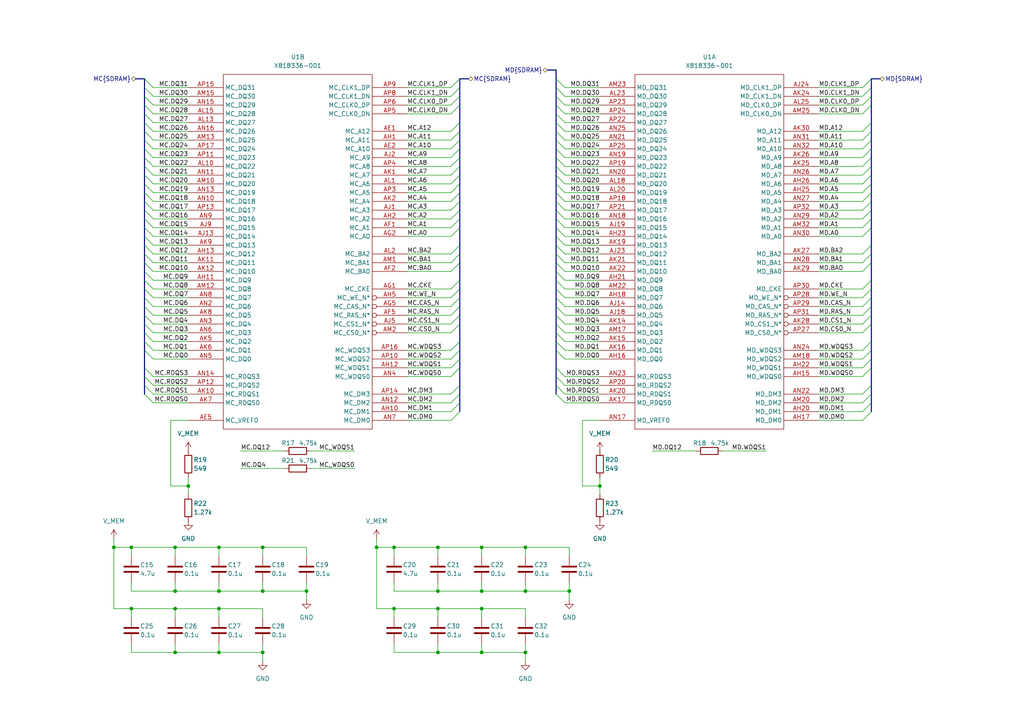
<source format=kicad_sch>
(kicad_sch (version 20250114) (generator "eeschema") (generator_version "9.0")
  (paper "A4")
  (lib_symbols
    (symbol "Device:C" (pin_numbers (hide yes)) (pin_names (offset 0.254))
      (property "Reference" "C" (at 0.635 2.54 0))
      (property "Value" "C" (at 0.635 -2.54 0))
      (symbol "C_1_1"
        (pin passive line (at 0 3.81 270) (length 2.794) (name "~") (number "1"))
        (pin passive line (at 0 -3.81 90) (length 2.794) (name "~") (number "2"))
      )
    )
    (symbol "Device:R" (pin_numbers (hide yes)) (pin_names (offset 0))
      (property "Reference" "R" (at 2.032 0 90))
      (property "Value" "R" (at 0 0 90))
      (symbol "R_1_1"
        (pin passive line (at 0 3.81 270) (length 1.27) (name "~") (number "1"))
        (pin passive line (at 0 -3.81 90) (length 1.27) (name "~") (number "2"))
      )
    )
    (symbol "X360:X818336-001"
      (property "Reference" "U" (at -20.828 66.04 0))
      (property "Value" "X818336-001" (at -14.478 -67.564 0))
      (symbol "X818336-001_1_1"
        (unit_name "MC1PD")
        (pin bidirectional line (at -31.75 60.96 0) (length 10.16) (name "MD_DQ31") (number "AM23"))
        (pin bidirectional line (at -31.75 58.42 0) (length 10.16) (name "MD_DQ30") (number "AL23"))
        (pin bidirectional line (at -31.75 55.88 0) (length 10.16) (name "MD_DQ29") (number "AP23"))
        (pin bidirectional line (at -31.75 53.34 0) (length 10.16) (name "MD_DQ28") (number "AP24"))
        (pin bidirectional line (at -31.75 50.8 0) (length 10.16) (name "MD_DQ27") (number "AP22"))
        (pin bidirectional line (at -31.75 48.26 0) (length 10.16) (name "MD_DQ26") (number "AN25"))
        (pin bidirectional line (at -31.75 45.72 0) (length 10.16) (name "MD_DQ25") (number "AN21"))
        (pin bidirectional line (at -31.75 43.18 0) (length 10.16) (name "MD_DQ24") (number "AP25"))
        (pin bidirectional line (at -31.75 40.64 0) (length 10.16) (name "MD_DQ23") (number "AN19"))
        (pin bidirectional line (at -31.75 38.1 0) (length 10.16) (name "MD_DQ22") (number "AP19"))
        (pin bidirectional line (at -31.75 35.56 0) (length 10.16) (name "MD_DQ21") (number "AN20"))
        (pin bidirectional line (at -31.75 33.02 0) (length 10.16) (name "MD_DQ20") (number "AL18"))
        (pin bidirectional line (at -31.75 30.48 0) (length 10.16) (name "MD_DQ19") (number "AL20"))
        (pin bidirectional line (at -31.75 27.94 0) (length 10.16) (name "MD_DQ18") (number "AP18"))
        (pin bidirectional line (at -31.75 25.4 0) (length 10.16) (name "MD_DQ17") (number "AP21"))
        (pin bidirectional line (at -31.75 22.86 0) (length 10.16) (name "MD_DQ16") (number "AN18"))
        (pin bidirectional line (at -31.75 20.32 0) (length 10.16) (name "MD_DQ15") (number "AJ19"))
        (pin bidirectional line (at -31.75 17.78 0) (length 10.16) (name "MD_DQ14") (number "AH23"))
        (pin bidirectional line (at -31.75 15.24 0) (length 10.16) (name "MD_DQ13") (number "AK19"))
        (pin bidirectional line (at -31.75 12.7 0) (length 10.16) (name "MD_DQ12") (number "AJ23"))
        (pin bidirectional line (at -31.75 10.16 0) (length 10.16) (name "MD_DQ11") (number "AK21"))
        (pin bidirectional line (at -31.75 7.62 0) (length 10.16) (name "MD_DQ10") (number "AK22"))
        (pin bidirectional line (at -31.75 5.08 0) (length 10.16) (name "MD_DQ9") (number "AH21"))
        (pin bidirectional line (at -31.75 2.54 0) (length 10.16) (name "MD_DQ8") (number "AM22"))
        (pin bidirectional line (at -31.75 0 0) (length 10.16) (name "MD_DQ7") (number "AH18"))
        (pin bidirectional line (at -31.75 -2.54 0) (length 10.16) (name "MD_DQ6") (number "AJ14"))
        (pin bidirectional line (at -31.75 -5.08 0) (length 10.16) (name "MD_DQ5") (number "AJ18"))
        (pin bidirectional line (at -31.75 -7.62 0) (length 10.16) (name "MD_DQ4") (number "AK14"))
        (pin bidirectional line (at -31.75 -10.16 0) (length 10.16) (name "MD_DQ3") (number "AM17"))
        (pin bidirectional line (at -31.75 -12.7 0) (length 10.16) (name "MD_DQ2") (number "AK15"))
        (pin bidirectional line (at -31.75 -15.24 0) (length 10.16) (name "MD_DQ1") (number "AK16"))
        (pin bidirectional line (at -31.75 -17.78 0) (length 10.16) (name "MD_DQ0") (number "AH16"))
        (pin input line (at -31.75 -22.86 0) (length 10.16) (name "MD_RDQS3") (number "AN23"))
        (pin input line (at -31.75 -25.4 0) (length 10.16) (name "MD_RDQS2") (number "AP20"))
        (pin input line (at -31.75 -27.94 0) (length 10.16) (name "MD_RDQS1") (number "AK20"))
        (pin input line (at -31.75 -30.48 0) (length 10.16) (name "MD_RDQS0") (number "AK17"))
        (pin power_in line (at -31.75 -35.56 0) (length 10.16) (name "MD_VREF0") (number "AN17"))
        (pin output line (at 31.75 60.96 180) (length 10.16) (name "MD_CLK1_DP") (number "AJ24"))
        (pin output line (at 31.75 58.42 180) (length 10.16) (name "MD_CLK1_DN") (number "AK24"))
        (pin output line (at 31.75 55.88 180) (length 10.16) (name "MD_CLK0_DP") (number "AL25"))
        (pin output line (at 31.75 53.34 180) (length 10.16) (name "MD_CLK0_DN") (number "AM25"))
        (pin output line (at 31.75 48.26 180) (length 10.16) (name "MD_A12") (number "AK30"))
        (pin output line (at 31.75 45.72 180) (length 10.16) (name "MD_A11") (number "AN31"))
        (pin output line (at 31.75 43.18 180) (length 10.16) (name "MD_A10") (number "AN32"))
        (pin output line (at 31.75 40.64 180) (length 10.16) (name "MD_A9") (number "AK26"))
        (pin output line (at 31.75 38.1 180) (length 10.16) (name "MD_A8") (number "AK25"))
        (pin output line (at 31.75 35.56 180) (length 10.16) (name "MD_A7") (number "AN26"))
        (pin output line (at 31.75 33.02 180) (length 10.16) (name "MD_A6") (number "AH26"))
        (pin output line (at 31.75 30.48 180) (length 10.16) (name "MD_A5") (number "AH25"))
        (pin output line (at 31.75 27.94 180) (length 10.16) (name "MD_A4") (number "AN27"))
        (pin output line (at 31.75 25.4 180) (length 10.16) (name "MD_A3") (number "AP32"))
        (pin output line (at 31.75 22.86 180) (length 10.16) (name "MD_A2") (number "AN29"))
        (pin output line (at 31.75 20.32 180) (length 10.16) (name "MD_A1") (number "AM32"))
        (pin output line (at 31.75 17.78 180) (length 10.16) (name "MD_A0") (number "AN30"))
        (pin output line (at 31.75 12.7 180) (length 10.16) (name "MD_BA2") (number "AK27"))
        (pin output line (at 31.75 10.16 180) (length 10.16) (name "MD_BA1") (number "AN28"))
        (pin output line (at 31.75 7.62 180) (length 10.16) (name "MD_BA0") (number "AK29"))
        (pin output line (at 31.75 2.54 180) (length 10.16) (name "MD_CKE") (number "AP30"))
        (pin output inverted (at 31.75 0 180) (length 10.16) (name "MD_WE_N*") (number "AP28"))
        (pin output inverted (at 31.75 -2.54 180) (length 10.16) (name "MD_CAS_N*") (number "AP29"))
        (pin output inverted (at 31.75 -5.08 180) (length 10.16) (name "MD_RAS_N*") (number "AP31"))
        (pin output inverted (at 31.75 -7.62 180) (length 10.16) (name "MD_CS1_N*") (number "AK28"))
        (pin output inverted (at 31.75 -10.16 180) (length 10.16) (name "MD_CS0_N*") (number "AP27"))
        (pin output line (at 31.75 -15.24 180) (length 10.16) (name "MD_WDQS3") (number "AN24"))
        (pin output line (at 31.75 -17.78 180) (length 10.16) (name "MD_WDQS2") (number "AM18"))
        (pin output line (at 31.75 -20.32 180) (length 10.16) (name "MD_WDQS1") (number "AH22"))
        (pin output line (at 31.75 -22.86 180) (length 10.16) (name "MD_WDQS0") (number "AH15"))
        (pin output line (at 31.75 -27.94 180) (length 10.16) (name "MD_DM3") (number "AN22"))
        (pin output line (at 31.75 -30.48 180) (length 10.16) (name "MD_DM2") (number "AM20"))
        (pin output line (at 31.75 -33.02 180) (length 10.16) (name "MD_DM1") (number "AH20"))
        (pin output line (at 31.75 -35.56 180) (length 10.16) (name "MD_DM0") (number "AH17"))
      )
      (symbol "X818336-001_2_1"
        (unit_name "MC1PC")
        (pin bidirectional line (at -31.75 60.96 0) (length 10.16) (name "MC_DQ31") (number "AP15"))
        (pin bidirectional line (at -31.75 58.42 0) (length 10.16) (name "MC_DQ30") (number "AM15"))
        (pin bidirectional line (at -31.75 55.88 0) (length 10.16) (name "MC_DQ29") (number "AN15"))
        (pin bidirectional line (at -31.75 53.34 0) (length 10.16) (name "MC_DQ28") (number "AL15"))
        (pin bidirectional line (at -31.75 50.8 0) (length 10.16) (name "MC_DQ27") (number "AL13"))
        (pin bidirectional line (at -31.75 48.26 0) (length 10.16) (name "MC_DQ26") (number "AN16"))
        (pin bidirectional line (at -31.75 45.72 0) (length 10.16) (name "MC_DQ25") (number "AM13"))
        (pin bidirectional line (at -31.75 43.18 0) (length 10.16) (name "MC_DQ24") (number "AP17"))
        (pin bidirectional line (at -31.75 40.64 0) (length 10.16) (name "MC_DQ23") (number "AP11"))
        (pin bidirectional line (at -31.75 38.1 0) (length 10.16) (name "MC_DQ22") (number "AL10"))
        (pin bidirectional line (at -31.75 35.56 0) (length 10.16) (name "MC_DQ21") (number "AN11"))
        (pin bidirectional line (at -31.75 33.02 0) (length 10.16) (name "MC_DQ20") (number "AM10"))
        (pin bidirectional line (at -31.75 30.48 0) (length 10.16) (name "MC_DQ19") (number "AN13"))
        (pin bidirectional line (at -31.75 27.94 0) (length 10.16) (name "MC_DQ18") (number "AN10"))
        (pin bidirectional line (at -31.75 25.4 0) (length 10.16) (name "MC_DQ17") (number "AP13"))
        (pin bidirectional line (at -31.75 22.86 0) (length 10.16) (name "MC_DQ16") (number "AN9"))
        (pin bidirectional line (at -31.75 20.32 0) (length 10.16) (name "MC_DQ15") (number "AJ9"))
        (pin bidirectional line (at -31.75 17.78 0) (length 10.16) (name "MC_DQ14") (number "AJ13"))
        (pin bidirectional line (at -31.75 15.24 0) (length 10.16) (name "MC_DQ13") (number "AK9"))
        (pin bidirectional line (at -31.75 12.7 0) (length 10.16) (name "MC_DQ12") (number "AH13"))
        (pin bidirectional line (at -31.75 10.16 0) (length 10.16) (name "MC_DQ11") (number "AK11"))
        (pin bidirectional line (at -31.75 7.62 0) (length 10.16) (name "MC_DQ10") (number "AK12"))
        (pin bidirectional line (at -31.75 5.08 0) (length 10.16) (name "MC_DQ9") (number "AH11"))
        (pin bidirectional line (at -31.75 2.54 0) (length 10.16) (name "MC_DQ8") (number "AM12"))
        (pin bidirectional line (at -31.75 0 0) (length 10.16) (name "MC_DQ7") (number "AN8"))
        (pin bidirectional line (at -31.75 -2.54 0) (length 10.16) (name "MC_DQ6") (number "AN2"))
        (pin bidirectional line (at -31.75 -5.08 0) (length 10.16) (name "MC_DQ5") (number "AK8"))
        (pin bidirectional line (at -31.75 -7.62 0) (length 10.16) (name "MC_DQ4") (number "AN3"))
        (pin bidirectional line (at -31.75 -10.16 0) (length 10.16) (name "MC_DQ3") (number "AN6"))
        (pin bidirectional line (at -31.75 -12.7 0) (length 10.16) (name "MC_DQ2") (number "AK5"))
        (pin bidirectional line (at -31.75 -15.24 0) (length 10.16) (name "MC_DQ1") (number "AK6"))
        (pin bidirectional line (at -31.75 -17.78 0) (length 10.16) (name "MC_DQ0") (number "AN5"))
        (pin input line (at -31.75 -22.86 0) (length 10.16) (name "MC_RDQS3") (number "AN14"))
        (pin input line (at -31.75 -25.4 0) (length 10.16) (name "MC_RDQS2") (number "AP12"))
        (pin input line (at -31.75 -27.94 0) (length 10.16) (name "MC_RDQS1") (number "AK10"))
        (pin input line (at -31.75 -30.48 0) (length 10.16) (name "MC_RDQS0") (number "AK7"))
        (pin power_in line (at -31.75 -35.56 0) (length 10.16) (name "MC_VREF0") (number "AE5"))
        (pin output line (at 31.75 60.96 180) (length 10.16) (name "MC_CLK1_DP") (number "AP9"))
        (pin output line (at 31.75 58.42 180) (length 10.16) (name "MC_CLK1_DN") (number "AP8"))
        (pin output line (at 31.75 55.88 180) (length 10.16) (name "MC_CLK0_DP") (number "AP6"))
        (pin output line (at 31.75 53.34 180) (length 10.16) (name "MC_CLK0_DN") (number "AP5"))
        (pin output line (at 31.75 48.26 180) (length 10.16) (name "MC_A12") (number "AE1"))
        (pin output line (at 31.75 45.72 180) (length 10.16) (name "MC_A11") (number "AH1"))
        (pin output line (at 31.75 43.18 180) (length 10.16) (name "MC_A10") (number "AE2"))
        (pin output line (at 31.75 40.64 180) (length 10.16) (name "MC_A9") (number "AJ2"))
        (pin output line (at 31.75 38.1 180) (length 10.16) (name "MC_A8") (number "AP4"))
        (pin output line (at 31.75 35.56 180) (length 10.16) (name "MC_A7") (number "AK1"))
        (pin output line (at 31.75 33.02 180) (length 10.16) (name "MC_A6") (number "AL1"))
        (pin output line (at 31.75 30.48 180) (length 10.16) (name "MC_A5") (number "AP3"))
        (pin output line (at 31.75 27.94 180) (length 10.16) (name "MC_A4") (number "AK2"))
        (pin output line (at 31.75 25.4 180) (length 10.16) (name "MC_A3") (number "AJ1"))
        (pin output line (at 31.75 22.86 180) (length 10.16) (name "MC_A2") (number "AH2"))
        (pin output line (at 31.75 20.32 180) (length 10.16) (name "MC_A1") (number "AF1"))
        (pin output line (at 31.75 17.78 180) (length 10.16) (name "MC_A0") (number "AG2"))
        (pin output line (at 31.75 12.7 180) (length 10.16) (name "MC_BA2") (number "AL2"))
        (pin output line (at 31.75 10.16 180) (length 10.16) (name "MC_BA1") (number "AM1"))
        (pin output line (at 31.75 7.62 180) (length 10.16) (name "MC_BA0") (number "AF2"))
        (pin output line (at 31.75 2.54 180) (length 10.16) (name "MC_CKE") (number "AG1"))
        (pin output inverted (at 31.75 0 180) (length 10.16) (name "MC_WE_N*") (number "AH5"))
        (pin output inverted (at 31.75 -2.54 180) (length 10.16) (name "MC_CAS_N*") (number "AG5"))
        (pin output inverted (at 31.75 -5.08 180) (length 10.16) (name "MC_RAS_N*") (number "AF5"))
        (pin output inverted (at 31.75 -7.62 180) (length 10.16) (name "MC_CS1_N*") (number "AJ5"))
        (pin output inverted (at 31.75 -10.16 180) (length 10.16) (name "MC_CS0_N*") (number "AM2"))
        (pin output line (at 31.75 -15.24 180) (length 10.16) (name "MC_WDQS3") (number "AP16"))
        (pin output line (at 31.75 -17.78 180) (length 10.16) (name "MC_WDQS2") (number "AP10"))
        (pin output line (at 31.75 -20.32 180) (length 10.16) (name "MC_WDQS1") (number "AH12"))
        (pin output line (at 31.75 -22.86 180) (length 10.16) (name "MC_WDQS0") (number "AN4"))
        (pin output line (at 31.75 -27.94 180) (length 10.16) (name "MC_DM3") (number "AP14"))
        (pin output line (at 31.75 -30.48 180) (length 10.16) (name "MC_DM2") (number "AN12"))
        (pin output line (at 31.75 -33.02 180) (length 10.16) (name "MC_DM1") (number "AH10"))
        (pin output line (at 31.75 -35.56 180) (length 10.16) (name "MC_DM0") (number "AN7"))
      )
      (symbol "X818336-001_3_1"
        (unit_name "MC0PB")
        (pin bidirectional line (at -31.75 60.96 0) (length 10.16) (name "MB_DQ31") (number "H33"))
        (pin bidirectional line (at -31.75 58.42 0) (length 10.16) (name "MB_DQ30") (number "G34"))
        (pin bidirectional line (at -31.75 55.88 0) (length 10.16) (name "MB_DQ29") (number "H34"))
        (pin bidirectional line (at -31.75 53.34 0) (length 10.16) (name "MB_DQ28") (number "F34"))
        (pin bidirectional line (at -31.75 50.8 0) (length 10.16) (name "MB_DQ27") (number "K31"))
        (pin bidirectional line (at -31.75 48.26 0) (length 10.16) (name "MB_DQ26") (number "D34"))
        (pin bidirectional line (at -31.75 45.72 0) (length 10.16) (name "MB_DQ25") (number "K32"))
        (pin bidirectional line (at -31.75 43.18 0) (length 10.16) (name "MB_DQ24") (number "C34"))
        (pin bidirectional line (at -31.75 40.64 0) (length 10.16) (name "MB_DQ23") (number "M32"))
        (pin bidirectional line (at -31.75 38.1 0) (length 10.16) (name "MB_DQ22") (number "M34"))
        (pin bidirectional line (at -31.75 35.56 0) (length 10.16) (name "MB_DQ21") (number "M31"))
        (pin bidirectional line (at -31.75 33.02 0) (length 10.16) (name "MB_DQ20") (number "M33"))
        (pin bidirectional line (at -31.75 30.48 0) (length 10.16) (name "MB_DQ19") (number "K33"))
        (pin bidirectional line (at -31.75 27.94 0) (length 10.16) (name "MB_DQ18") (number "N34"))
        (pin bidirectional line (at -31.75 25.4 0) (length 10.16) (name "MB_DQ17") (number "K34"))
        (pin bidirectional line (at -31.75 22.86 0) (length 10.16) (name "MB_DQ16") (number "P33"))
        (pin bidirectional line (at -31.75 20.32 0) (length 10.16) (name "MB_DQ15") (number "J28"))
        (pin bidirectional line (at -31.75 17.78 0) (length 10.16) (name "MB_DQ14") (number "C33"))
        (pin bidirectional line (at -31.75 15.24 0) (length 10.16) (name "MB_DQ13") (number "J30"))
        (pin bidirectional line (at -31.75 12.7 0) (length 10.16) (name "MB_DQ12") (number "D33"))
        (pin bidirectional line (at -31.75 10.16 0) (length 10.16) (name "MB_DQ11") (number "F33"))
        (pin bidirectional line (at -31.75 7.62 0) (length 10.16) (name "MB_DQ10") (number "E33"))
        (pin bidirectional line (at -31.75 5.08 0) (length 10.16) (name "MB_DQ9") (number "G30"))
        (pin bidirectional line (at -31.75 2.54 0) (length 10.16) (name "MB_DQ8") (number "F30"))
        (pin bidirectional line (at -31.75 0 0) (length 10.16) (name "MB_DQ7") (number "K30"))
        (pin bidirectional line (at -31.75 -2.54 0) (length 10.16) (name "MB_DQ6") (number "P28"))
        (pin bidirectional line (at -31.75 -5.08 0) (length 10.16) (name "MB_DQ5") (number "K28"))
        (pin bidirectional line (at -31.75 -7.62 0) (length 10.16) (name "MB_DQ4") (number "P30"))
        (pin bidirectional line (at -31.75 -10.16 0) (length 10.16) (name "MB_DQ3") (number "M28"))
        (pin bidirectional line (at -31.75 -12.7 0) (length 10.16) (name "MB_DQ2") (number "N30"))
        (pin bidirectional line (at -31.75 -15.24 0) (length 10.16) (name "MB_DQ1") (number "M29"))
        (pin bidirectional line (at -31.75 -17.78 0) (length 10.16) (name "MB_DQ0") (number "N28"))
        (pin input line (at -31.75 -22.86 0) (length 10.16) (name "MB_RDQS3") (number "J33"))
        (pin input line (at -31.75 -25.4 0) (length 10.16) (name "MB_RDQS2") (number "L34"))
        (pin input line (at -31.75 -27.94 0) (length 10.16) (name "MB_RDQS1") (number "G33"))
        (pin input line (at -31.75 -30.48 0) (length 10.16) (name "MB_RDQS0") (number "L29"))
        (pin power_in line (at -31.75 -35.56 0) (length 10.16) (name "MB_VREF0") (number "P34"))
        (pin output line (at 31.75 60.96 180) (length 10.16) (name "MB_CLK1_DP") (number "B32"))
        (pin output line (at 31.75 58.42 180) (length 10.16) (name "MB_CLK1_DN") (number "A32"))
        (pin output line (at 31.75 55.88 180) (length 10.16) (name "MB_CLK0_DP") (number "B31"))
        (pin output line (at 31.75 53.34 180) (length 10.16) (name "MB_CLK0_DN") (number "A31"))
        (pin output line (at 31.75 48.26 180) (length 10.16) (name "MB_A12") (number "C30"))
        (pin output line (at 31.75 45.72 180) (length 10.16) (name "MB_A11") (number "F25"))
        (pin output line (at 31.75 43.18 180) (length 10.16) (name "MB_A10") (number "A25"))
        (pin output line (at 31.75 40.64 180) (length 10.16) (name "MB_A9") (number "E29"))
        (pin output line (at 31.75 38.1 180) (length 10.16) (name "MB_A8") (number "B30"))
        (pin output line (at 31.75 35.56 180) (length 10.16) (name "MB_A7") (number "B29"))
        (pin output line (at 31.75 33.02 180) (length 10.16) (name "MB_A6") (number "A30"))
        (pin output line (at 31.75 30.48 180) (length 10.16) (name "MB_A5") (number "C32"))
        (pin output line (at 31.75 27.94 180) (length 10.16) (name "MB_A4") (number "A29"))
        (pin output line (at 31.75 25.4 180) (length 10.16) (name "MB_A3") (number "E25"))
        (pin output line (at 31.75 22.86 180) (length 10.16) (name "MB_A2") (number "G26"))
        (pin output line (at 31.75 20.32 180) (length 10.16) (name "MB_A1") (number "B25"))
        (pin output line (at 31.75 17.78 180) (length 10.16) (name "MB_A0") (number "F26"))
        (pin output line (at 31.75 12.7 180) (length 10.16) (name "MB_BA2") (number "E28"))
        (pin output line (at 31.75 10.16 180) (length 10.16) (name "MB_BA1") (number "B28"))
        (pin output line (at 31.75 7.62 180) (length 10.16) (name "MB_BA0") (number "E27"))
        (pin output line (at 31.75 2.54 180) (length 10.16) (name "MB_CKE") (number "A27"))
        (pin output inverted (at 31.75 0 180) (length 10.16) (name "MB_WE_N*") (number "B26"))
        (pin output inverted (at 31.75 -2.54 180) (length 10.16) (name "MB_CAS_N*") (number "C26"))
        (pin output inverted (at 31.75 -5.08 180) (length 10.16) (name "MB_RAS_N*") (number "D26"))
        (pin output inverted (at 31.75 -7.62 180) (length 10.16) (name "MB_CS1_N*") (number "A28"))
        (pin output inverted (at 31.75 -10.16 180) (length 10.16) (name "MB_CS0_N*") (number "A26"))
        (pin output line (at 31.75 -15.24 180) (length 10.16) (name "MB_WDQS3") (number "E34"))
        (pin output line (at 31.75 -17.78 180) (length 10.16) (name "MB_WDQS2") (number "N33"))
        (pin output line (at 31.75 -20.32 180) (length 10.16) (name "MB_WDQS1") (number "E30"))
        (pin output line (at 31.75 -22.86 180) (length 10.16) (name "MB_WDQS0") (number "N32"))
        (pin output line (at 31.75 -27.94 180) (length 10.16) (name "MB_DM3") (number "J34"))
        (pin output line (at 31.75 -30.48 180) (length 10.16) (name "MB_DM2") (number "L33"))
        (pin output line (at 31.75 -33.02 180) (length 10.16) (name "MB_DM1") (number "H30"))
        (pin output line (at 31.75 -35.56 180) (length 10.16) (name "MB_DM0") (number "L30"))
      )
      (symbol "X818336-001_4_1"
        (unit_name "MC0PA")
        (pin bidirectional line (at -31.75 60.96 0) (length 10.16) (name "MA_DQ31") (number "T34"))
        (pin bidirectional line (at -31.75 58.42 0) (length 10.16) (name "MA_DQ30") (number "T33"))
        (pin bidirectional line (at -31.75 55.88 0) (length 10.16) (name "MA_DQ29") (number "U31"))
        (pin bidirectional line (at -31.75 53.34 0) (length 10.16) (name "MA_DQ28") (number "R33"))
        (pin bidirectional line (at -31.75 50.8 0) (length 10.16) (name "MA_DQ27") (number "U33"))
        (pin bidirectional line (at -31.75 48.26 0) (length 10.16) (name "MA_DQ26") (number "R32"))
        (pin bidirectional line (at -31.75 45.72 0) (length 10.16) (name "MA_DQ25") (number "V33"))
        (pin bidirectional line (at -31.75 43.18 0) (length 10.16) (name "MA_DQ24") (number "R31"))
        (pin bidirectional line (at -31.75 40.64 0) (length 10.16) (name "MA_DQ23") (number "Y34"))
        (pin bidirectional line (at -31.75 38.1 0) (length 10.16) (name "MA_DQ22") (number "Y33"))
        (pin bidirectional line (at -31.75 35.56 0) (length 10.16) (name "MA_DQ21") (number "Y32"))
        (pin bidirectional line (at -31.75 33.02 0) (length 10.16) (name "MA_DQ20") (number "AA33"))
        (pin bidirectional line (at -31.75 30.48 0) (length 10.16) (name "MA_DQ19") (number "W33"))
        (pin bidirectional line (at -31.75 27.94 0) (length 10.16) (name "MA_DQ18") (number "AB31"))
        (pin bidirectional line (at -31.75 25.4 0) (length 10.16) (name "MA_DQ17") (number "V34"))
        (pin bidirectional line (at -31.75 22.86 0) (length 10.16) (name "MA_DQ16") (number "AB32"))
        (pin bidirectional line (at -31.75 20.32 0) (length 10.16) (name "MA_DQ15") (number "W28"))
        (pin bidirectional line (at -31.75 17.78 0) (length 10.16) (name "MA_DQ14") (number "R30"))
        (pin bidirectional line (at -31.75 15.24 0) (length 10.16) (name "MA_DQ13") (number "W30"))
        (pin bidirectional line (at -31.75 12.7 0) (length 10.16) (name "MA_DQ12") (number "R28"))
        (pin bidirectional line (at -31.75 10.16 0) (length 10.16) (name "MA_DQ11") (number "V28"))
        (pin bidirectional line (at -31.75 7.62 0) (length 10.16) (name "MA_DQ10") (number "T29"))
        (pin bidirectional line (at -31.75 5.08 0) (length 10.16) (name "MA_DQ9") (number "U29"))
        (pin bidirectional line (at -31.75 2.54 0) (length 10.16) (name "MA_DQ8") (number "U28"))
        (pin bidirectional line (at -31.75 0 0) (length 10.16) (name "MA_DQ7") (number "Y30"))
        (pin bidirectional line (at -31.75 -2.54 0) (length 10.16) (name "MA_DQ6") (number "AD28"))
        (pin bidirectional line (at -31.75 -5.08 0) (length 10.16) (name "MA_DQ5") (number "Y28"))
        (pin bidirectional line (at -31.75 -7.62 0) (length 10.16) (name "MA_DQ4") (number "AD30"))
        (pin bidirectional line (at -31.75 -10.16 0) (length 10.16) (name "MA_DQ3") (number "AB28"))
        (pin bidirectional line (at -31.75 -12.7 0) (length 10.16) (name "MA_DQ2") (number "AC30"))
        (pin bidirectional line (at -31.75 -15.24 0) (length 10.16) (name "MA_DQ1") (number "AB29"))
        (pin bidirectional line (at -31.75 -17.78 0) (length 10.16) (name "MA_DQ0") (number "AC28"))
        (pin input line (at -31.75 -22.86 0) (length 10.16) (name "MA_RDQS3") (number "U32"))
        (pin input line (at -31.75 -25.4 0) (length 10.16) (name "MA_RDQS2") (number "Y31"))
        (pin input line (at -31.75 -27.94 0) (length 10.16) (name "MA_RDQS1") (number "V30"))
        (pin input line (at -31.75 -30.48 0) (length 10.16) (name "MA_RDQS0") (number "AA29"))
        (pin power_in line (at -31.75 -35.56 0) (length 10.16) (name "MA_VREF0") (number "AB34"))
        (pin output line (at 31.75 60.96 180) (length 10.16) (name "MA_CLK1_DP") (number "AE28"))
        (pin output line (at 31.75 58.42 180) (length 10.16) (name "MA_CLK1_DN") (number "AE30"))
        (pin output line (at 31.75 55.88 180) (length 10.16) (name "MA_CLK0_DP") (number "AC33"))
        (pin output line (at 31.75 53.34 180) (length 10.16) (name "MA_CLK0_DN") (number "AC34"))
        (pin output line (at 31.75 48.26 180) (length 10.16) (name "MA_A12") (number "AL33"))
        (pin output line (at 31.75 45.72 180) (length 10.16) (name "MA_A11") (number "AH34"))
        (pin output line (at 31.75 43.18 180) (length 10.16) (name "MA_A10") (number "AL34"))
        (pin output line (at 31.75 40.64 180) (length 10.16) (name "MA_A9") (number "AG34"))
        (pin output line (at 31.75 38.1 180) (length 10.16) (name "MA_A8") (number "AD33"))
        (pin output line (at 31.75 35.56 180) (length 10.16) (name "MA_A7") (number "AF34"))
        (pin output line (at 31.75 33.02 180) (length 10.16) (name "MA_A6") (number "AE33"))
        (pin output line (at 31.75 30.48 180) (length 10.16) (name "MA_A5") (number "AD34"))
        (pin output line (at 31.75 27.94 180) (length 10.16) (name "MA_A4") (number "AF33"))
        (pin output line (at 31.75 25.4 180) (length 10.16) (name "MA_A3") (number "AG33"))
        (pin output line (at 31.75 22.86 180) (length 10.16) (name "MA_A2") (number "AH33"))
        (pin output line (at 31.75 20.32 180) (length 10.16) (name "MA_A1") (number "AK33"))
        (pin output line (at 31.75 17.78 180) (length 10.16) (name "MA_A0") (number "AJ34"))
        (pin output line (at 31.75 12.7 180) (length 10.16) (name "MA_BA2") (number "AE34"))
        (pin output line (at 31.75 10.16 180) (length 10.16) (name "MA_BA1") (number "AE32"))
        (pin output line (at 31.75 7.62 180) (length 10.16) (name "MA_BA0") (number "AK34"))
        (pin output line (at 31.75 2.54 180) (length 10.16) (name "MA_CKE") (number "AJ33"))
        (pin output inverted (at 31.75 0 180) (length 10.16) (name "MA_WE_N*") (number "AF29"))
        (pin output inverted (at 31.75 -2.54 180) (length 10.16) (name "MA_CAS_N*") (number "AG30"))
        (pin output inverted (at 31.75 -5.08 180) (length 10.16) (name "MA_RAS_N*") (number "AH30"))
        (pin output inverted (at 31.75 -7.62 180) (length 10.16) (name "MA_CS1_N*") (number "AF30"))
        (pin output inverted (at 31.75 -10.16 180) (length 10.16) (name "MA_CS0_N*") (number "AE31"))
        (pin output line (at 31.75 -15.24 180) (length 10.16) (name "MA_WDQS3") (number "R34"))
        (pin output line (at 31.75 -17.78 180) (length 10.16) (name "MA_WDQS2") (number "AA34"))
        (pin output line (at 31.75 -20.32 180) (length 10.16) (name "MA_WDQS1") (number "T30"))
        (pin output line (at 31.75 -22.86 180) (length 10.16) (name "MA_WDQS0") (number "AC32"))
        (pin output line (at 31.75 -27.94 180) (length 10.16) (name "MA_DM3") (number "U34"))
        (pin output line (at 31.75 -30.48 180) (length 10.16) (name "MA_DM2") (number "W34"))
        (pin output line (at 31.75 -33.02 180) (length 10.16) (name "MA_DM1") (number "V32"))
        (pin output line (at 31.75 -35.56 180) (length 10.16) (name "MA_DM0") (number "AA30"))
      )
      (symbol "X818336-001_5_1"
        (unit_name "VIDEO + PCIEX")
        (pin input line (at -31.75 60.96 0) (length 10.16) (name "NB_CLK_DP") (number "R2"))
        (pin input line (at -31.75 55.88 0) (length 10.16) (name "NB_CLK_DN") (number "R1"))
        (pin input inverted (at -31.75 48.26 0) (length 10.16) (name "RST_IN_N*") (number "D2"))
        (pin input line (at -31.75 40.64 0) (length 10.16) (name "PEX_RX1_DP") (number "T2"))
        (pin input line (at -31.75 38.1 0) (length 10.16) (name "PEX_RX1_DN") (number "T1"))
        (pin input line (at -31.75 35.56 0) (length 10.16) (name "PEX_RX0_DP") (number "V2"))
        (pin input line (at -31.75 33.02 0) (length 10.16) (name "PEX_RX0_DN") (number "V1"))
        (pin input line (at -31.75 27.94 0) (length 10.16) (name "PIX_CLK_IN_DP") (number "N1"))
        (pin input line (at -31.75 25.4 0) (length 10.16) (name "PIX_CLK_IN_DN") (number "N2"))
        (pin power_in line (at -31.75 20.32 0) (length 10.16) (name "PEX_RCAL") (number "V3"))
        (pin input line (at -31.75 12.7 0) (length 10.16) (name "NB_THERMD_P") (number "P4"))
        (pin output line (at -31.75 10.16 0) (length 10.16) (name "NB_THERMD_N") (number "P3"))
        (pin input line (at -31.75 5.08 0) (length 10.16) (name "ED_THERMD_P") (number "V4"))
        (pin output line (at -31.75 2.54 0) (length 10.16) (name "ED_THERMD_N") (number "V5"))
        (pin input line (at -31.75 -2.54 0) (length 10.16) (name "CPU_THERMD_P") (number "M5"))
        (pin output line (at -31.75 -5.08 0) (length 10.16) (name "CPU_THERMD_N") (number "L5"))
        (pin power_in line (at -31.75 -12.7 0) (length 10.16) (name "MEM_CALA") (number "W27"))
        (pin power_in line (at -31.75 -15.24 0) (length 10.16) (name "MEM_CALB") (number "AG18"))
        (pin output line (at 31.75 60.96 180) (length 10.16) (name "RST_DONE") (number "U6"))
        (pin output line (at 31.75 53.34 180) (length 10.16) (name "PEX_TX1_DP") (number "U2"))
        (pin output line (at 31.75 48.26 180) (length 10.16) (name "PEX_TX1_DN") (number "U1"))
        (pin output line (at 31.75 43.18 180) (length 10.16) (name "PEX_TX0_DP") (number "W2"))
        (pin output line (at 31.75 38.1 180) (length 10.16) (name "PEX_TX0_DN") (number "W1"))
        (pin output line (at 31.75 30.48 180) (length 10.16) (name "PIX_CLK_OUT") (number "J2"))
        (pin output line (at 31.75 25.4 180) (length 10.16) (name "PIX_DATA14") (number "F2"))
        (pin output line (at 31.75 22.86 180) (length 10.16) (name "PIX_DATA13") (number "F1"))
        (pin output line (at 31.75 20.32 180) (length 10.16) (name "PIX_DATA12") (number "F3"))
        (pin output line (at 31.75 17.78 180) (length 10.16) (name "PIX_DATA11") (number "G2"))
        (pin output line (at 31.75 15.24 180) (length 10.16) (name "PIX_DATA10") (number "G1"))
        (pin output line (at 31.75 12.7 180) (length 10.16) (name "PIX_DATA9") (number "H3"))
        (pin output line (at 31.75 10.16 180) (length 10.16) (name "PIX_DATA8") (number "H2"))
        (pin output line (at 31.75 7.62 180) (length 10.16) (name "PIX_DATA7") (number "H1"))
        (pin output line (at 31.75 5.08 180) (length 10.16) (name "PIX_DATA6") (number "J1"))
        (pin output line (at 31.75 2.54 180) (length 10.16) (name "PIX_DATA5") (number "K3"))
        (pin output line (at 31.75 0 180) (length 10.16) (name "PIX_DATA4") (number "K2"))
        (pin output line (at 31.75 -2.54 180) (length 10.16) (name "PIX_DATA3") (number "K1"))
        (pin output line (at 31.75 -5.08 180) (length 10.16) (name "PIX_DATA2") (number "L2"))
        (pin output line (at 31.75 -7.62 180) (length 10.16) (name "PIX_DATA1") (number "L1"))
        (pin output line (at 31.75 -10.16 180) (length 10.16) (name "PIX_DATA0") (number "M3"))
        (pin output line (at 31.75 -15.24 180) (length 10.16) (name "VSYNC_OUT") (number "M1"))
        (pin output line (at 31.75 -17.78 180) (length 10.16) (name "HSYNC_OUT") (number "M2"))
        (pin output line (at 31.75 -25.4 180) (length 10.16) (name "MEM_RST") (number "AD27"))
        (pin output line (at 31.75 -27.94 180) (length 10.16) (name "MEM_SCAN_EN") (number "AB33"))
        (pin output line (at 31.75 -30.48 180) (length 10.16) (name "MEM_SCAN_OEN_A") (number "AF7"))
        (pin output line (at 31.75 -33.02 180) (length 10.16) (name "MEM_SCAN_OEN_B") (number "AE7"))
      )
      (symbol "X818336-001_6_1"
        (unit_name "VCS")
        (pin power_in line (at -31.75 60.96 0) (length 10.16) (name "V_CS28") (number "A11"))
        (pin power_in line (at -31.75 58.42 0) (length 10.16) (name "V_CS27") (number "A9"))
        (pin power_in line (at -31.75 55.88 0) (length 10.16) (name "V_CS26") (number "B10"))
        (pin power_in line (at -31.75 53.34 0) (length 10.16) (name "V_CS25") (number "C11"))
        (pin power_in line (at -31.75 50.8 0) (length 10.16) (name "V_CS24") (number "C9"))
        (pin power_in line (at -31.75 48.26 0) (length 10.16) (name "V_CS23") (number "D10"))
        (pin power_in line (at -31.75 45.72 0) (length 10.16) (name "V_CS22") (number "E11"))
        (pin power_in line (at -31.75 43.18 0) (length 10.16) (name "V_CS21") (number "E9"))
        (pin power_in line (at 31.75 60.96 180) (length 10.16) (name "V_CS20") (number "F10"))
        (pin power_in line (at 31.75 58.42 180) (length 10.16) (name "V_CS19") (number "G11"))
        (pin power_in line (at 31.75 55.88 180) (length 10.16) (name "V_CS18") (number "G9"))
        (pin power_in line (at 31.75 53.34 180) (length 10.16) (name "V_CS17") (number "H10"))
        (pin power_in line (at 31.75 50.8 180) (length 10.16) (name "V_CS16") (number "H8"))
        (pin power_in line (at 31.75 48.26 180) (length 10.16) (name "V_CS15") (number "J9"))
        (pin power_in line (at 31.75 45.72 180) (length 10.16) (name "V_CS14") (number "K10"))
        (pin power_in line (at 31.75 43.18 180) (length 10.16) (name "V_CS13") (number "K8"))
        (pin power_in line (at 31.75 40.64 180) (length 10.16) (name "V_CS12") (number "L9"))
        (pin power_in line (at 31.75 38.1 180) (length 10.16) (name "V_CS11") (number "M10"))
        (pin power_in line (at 31.75 35.56 180) (length 10.16) (name "V_CS10") (number "M8"))
        (pin power_in line (at 31.75 33.02 180) (length 10.16) (name "V_CS9") (number "N9"))
        (pin power_in line (at 31.75 30.48 180) (length 10.16) (name "V_CS8") (number "P10"))
        (pin power_in line (at 31.75 27.94 180) (length 10.16) (name "V_CS7") (number "P8"))
        (pin power_in line (at 31.75 25.4 180) (length 10.16) (name "V_CS6") (number "R9"))
        (pin power_in line (at 31.75 22.86 180) (length 10.16) (name "V_CS5") (number "T10"))
        (pin power_in line (at 31.75 20.32 180) (length 10.16) (name "V_CS4") (number "T8"))
        (pin power_in line (at 31.75 17.78 180) (length 10.16) (name "V_CS3") (number "U9"))
        (pin power_in line (at 31.75 15.24 180) (length 10.16) (name "V_CS2") (number "V10"))
        (pin power_in line (at 31.75 12.7 180) (length 10.16) (name "V_CS1") (number "V8"))
        (pin power_in line (at 31.75 10.16 180) (length 10.16) (name "V_CS0") (number "W9"))
      )
      (symbol "X818336-001_7_1"
        (unit_name "EDRAM POWER")
        (pin power_in line (at -31.75 60.96 0) (length 10.16) (name "V_EDRAM47") (number "R7"))
        (pin power_in line (at -31.75 58.42 0) (length 10.16) (name "V_EDRAM46") (number "T6"))
        (pin power_in line (at -31.75 55.88 0) (length 10.16) (name "V_EDRAM45") (number "U7"))
        (pin power_in line (at -31.75 53.34 0) (length 10.16) (name "V_EDRAM44") (number "W7"))
        (pin power_in line (at -31.75 50.8 0) (length 10.16) (name "V_EDRAM43") (number "Y11"))
        (pin power_in line (at -31.75 48.26 0) (length 10.16) (name "V_EDRAM42") (number "Y10"))
        (pin power_in line (at -31.75 45.72 0) (length 10.16) (name "V_EDRAM41") (number "Y8"))
        (pin power_in line (at -31.75 43.18 0) (length 10.16) (name "V_EDRAM40") (number "Y6"))
        (pin power_in line (at -31.75 40.64 0) (length 10.16) (name "V_EDRAM39") (number "Y4"))
        (pin power_in line (at -31.75 38.1 0) (length 10.16) (name "V_EDRAM38") (number "Y2"))
        (pin power_in line (at -31.75 35.56 0) (length 10.16) (name "V_EDRAM37") (number "Y1"))
        (pin power_in line (at -31.75 33.02 0) (length 10.16) (name "V_EDRAM36") (number "AA11"))
        (pin power_in line (at -31.75 30.48 0) (length 10.16) (name "V_EDRAM35") (number "AA10"))
        (pin power_in line (at -31.75 27.94 0) (length 10.16) (name "V_EDRAM34") (number "AA9"))
        (pin power_in line (at -31.75 25.4 0) (length 10.16) (name "V_EDRAM33") (number "AA8"))
        (pin power_in line (at -31.75 22.86 0) (length 10.16) (name "V_EDRAM32") (number "AA7"))
        (pin power_in line (at -31.75 20.32 0) (length 10.16) (name "V_EDRAM31") (number "AA6"))
        (pin power_in line (at -31.75 17.78 0) (length 10.16) (name "V_EDRAM30") (number "AA5"))
        (pin power_in line (at -31.75 15.24 0) (length 10.16) (name "V_EDRAM29") (number "AA4"))
        (pin power_in line (at -31.75 12.7 0) (length 10.16) (name "V_EDRAM28") (number "AA3"))
        (pin power_in line (at -31.75 10.16 0) (length 10.16) (name "V_EDRAM27") (number "AA2"))
        (pin power_in line (at -31.75 7.62 0) (length 10.16) (name "V_EDRAM26") (number "AA1"))
        (pin power_in line (at -31.75 5.08 0) (length 10.16) (name "V_EDRAM25") (number "AB10"))
        (pin power_in line (at -31.75 2.54 0) (length 10.16) (name "V_EDRAM24") (number "AB8"))
        (pin power_in line (at 31.75 60.96 180) (length 10.16) (name "V_EDRAM23") (number "AB6"))
        (pin power_in line (at 31.75 58.42 180) (length 10.16) (name "V_EDRAM22") (number "AB4"))
        (pin power_in line (at 31.75 55.88 180) (length 10.16) (name "V_EDRAM21") (number "AB2"))
        (pin power_in line (at 31.75 53.34 180) (length 10.16) (name "V_EDRAM20") (number "AC11"))
        (pin power_in line (at 31.75 50.8 180) (length 10.16) (name "V_EDRAM19") (number "AC10"))
        (pin power_in line (at 31.75 48.26 180) (length 10.16) (name "V_EDRAM18") (number "AC9"))
        (pin power_in line (at 31.75 45.72 180) (length 10.16) (name "V_EDRAM17") (number "AC8"))
        (pin power_in line (at 31.75 43.18 180) (length 10.16) (name "V_EDRAM16") (number "AC7"))
        (pin power_in line (at 31.75 40.64 180) (length 10.16) (name "V_EDRAM15") (number "AC6"))
        (pin power_in line (at 31.75 38.1 180) (length 10.16) (name "V_EDRAM14") (number "AC5"))
        (pin power_in line (at 31.75 35.56 180) (length 10.16) (name "V_EDRAM13") (number "AC4"))
        (pin power_in line (at 31.75 33.02 180) (length 10.16) (name "V_EDRAM12") (number "AC3"))
        (pin power_in line (at 31.75 30.48 180) (length 10.16) (name "V_EDRAM11") (number "AC2"))
        (pin power_in line (at 31.75 27.94 180) (length 10.16) (name "V_EDRAM10") (number "AC1"))
        (pin power_in line (at 31.75 25.4 180) (length 10.16) (name "V_EDRAM9") (number "AD11"))
        (pin power_in line (at 31.75 22.86 180) (length 10.16) (name "V_EDRAM8") (number "AD10"))
        (pin power_in line (at 31.75 20.32 180) (length 10.16) (name "V_EDRAM7") (number "AD8"))
        (pin power_in line (at 31.75 17.78 180) (length 10.16) (name "V_EDRAM6") (number "AD6"))
        (pin power_in line (at 31.75 15.24 180) (length 10.16) (name "V_EDRAM5") (number "AD4"))
        (pin power_in line (at 31.75 12.7 180) (length 10.16) (name "V_EDRAM4") (number "AD2"))
        (pin power_in line (at 31.75 10.16 180) (length 10.16) (name "V_EDRAM3") (number "AD1"))
        (pin power_in line (at 31.75 7.62 180) (length 10.16) (name "V_EDRAM2") (number "AE11"))
        (pin power_in line (at 31.75 5.08 180) (length 10.16) (name "V_EDRAM1") (number "AE9"))
        (pin power_in line (at 31.75 2.54 180) (length 10.16) (name "V_EDRAM0") (number "AF10"))
      )
      (symbol "X818336-001_8_1"
        (unit_name "MEMORY POWER")
        (pin power_in line (at -31.75 60.96 0) (length 10.16) (name "V_MEM111") (number "A33"))
        (pin power_in line (at -31.75 58.42 0) (length 10.16) (name "V_MEM110") (number "B34"))
        (pin power_in line (at -31.75 55.88 0) (length 10.16) (name "V_MEM109") (number "C31"))
        (pin power_in line (at -31.75 53.34 0) (length 10.16) (name "V_MEM108") (number "C29"))
        (pin power_in line (at -31.75 50.8 0) (length 10.16) (name "V_MEM107") (number "C27"))
        (pin power_in line (at -31.75 48.26 0) (length 10.16) (name "V_MEM106") (number "D32"))
        (pin power_in line (at -31.75 45.72 0) (length 10.16) (name "V_MEM105") (number "D30"))
        (pin power_in line (at -31.75 43.18 0) (length 10.16) (name "V_MEM104") (number "D28"))
        (pin power_in line (at -31.75 40.64 0) (length 10.16) (name "V_MEM103") (number "D25"))
        (pin power_in line (at -31.75 38.1 0) (length 10.16) (name "V_MEM102") (number "E31"))
        (pin power_in line (at -31.75 35.56 0) (length 10.16) (name "V_MEM101") (number "E26"))
        (pin power_in line (at -31.75 33.02 0) (length 10.16) (name "V_MEM100") (number "F32"))
        (pin power_in line (at -31.75 30.48 0) (length 10.16) (name "V_MEM99") (number "F28"))
        (pin power_in line (at -31.75 27.94 0) (length 10.16) (name "V_MEM98") (number "G31"))
        (pin power_in line (at -31.75 25.4 0) (length 10.16) (name "V_MEM97") (number "G29"))
        (pin power_in line (at -31.75 22.86 0) (length 10.16) (name "V_MEM96") (number "G27"))
        (pin power_in line (at -31.75 20.32 0) (length 10.16) (name "V_MEM95") (number "G25"))
        (pin power_in line (at -31.75 17.78 0) (length 10.16) (name "V_MEM94") (number "H32"))
        (pin power_in line (at -31.75 15.24 0) (length 10.16) (name "V_MEM93") (number "H28"))
        (pin power_in line (at -31.75 12.7 0) (length 10.16) (name "V_MEM92") (number "H26"))
        (pin power_in line (at -31.75 10.16 0) (length 10.16) (name "V_MEM91") (number "J32"))
        (pin power_in line (at -31.75 7.62 0) (length 10.16) (name "V_MEM90") (number "J29"))
        (pin power_in line (at -31.75 5.08 0) (length 10.16) (name "V_MEM89") (number "K27"))
        (pin power_in line (at -31.75 2.54 0) (length 10.16) (name "V_MEM88") (number "L31"))
        (pin power_in line (at -31.75 0 0) (length 10.16) (name "V_MEM87") (number "L28"))
        (pin power_in line (at -31.75 -2.54 0) (length 10.16) (name "V_MEM86") (number "M30"))
        (pin power_in line (at -31.75 -5.08 0) (length 10.16) (name "V_MEM85") (number "M27"))
        (pin power_in line (at -31.75 -7.62 0) (length 10.16) (name "V_MEM84") (number "N29"))
        (pin power_in line (at -31.75 -10.16 0) (length 10.16) (name "V_MEM83") (number "P31"))
        (pin power_in line (at -31.75 -12.7 0) (length 10.16) (name "V_MEM82") (number "P29"))
        (pin power_in line (at -31.75 -15.24 0) (length 10.16) (name "V_MEM81") (number "R27"))
        (pin power_in line (at -31.75 -17.78 0) (length 10.16) (name "V_MEM80") (number "T32"))
        (pin power_in line (at -31.75 -20.32 0) (length 10.16) (name "V_MEM79") (number "T28"))
        (pin power_in line (at -31.75 -22.86 0) (length 10.16) (name "V_MEM78") (number "V31"))
        (pin power_in line (at -31.75 -25.4 0) (length 10.16) (name "V_MEM77") (number "V27"))
        (pin power_in line (at -31.75 -27.94 0) (length 10.16) (name "V_MEM76") (number "W32"))
        (pin power_in line (at -31.75 -30.48 0) (length 10.16) (name "V_MEM75") (number "W29"))
        (pin power_in line (at -31.75 -33.02 0) (length 10.16) (name "V_MEM74") (number "Y27"))
        (pin power_in line (at -31.75 -35.56 0) (length 10.16) (name "V_MEM73") (number "AA31"))
        (pin power_in line (at -31.75 -38.1 0) (length 10.16) (name "V_MEM72") (number "AA28"))
        (pin power_in line (at -31.75 -40.64 0) (length 10.16) (name "V_MEM71") (number "AB30"))
        (pin power_in line (at -31.75 -43.18 0) (length 10.16) (name "V_MEM70") (number "AB27"))
        (pin power_in line (at -31.75 -45.72 0) (length 10.16) (name "V_MEM69") (number "AC29"))
        (pin power_in line (at -31.75 -48.26 0) (length 10.16) (name "V_MEM68") (number "AD31"))
        (pin power_in line (at -31.75 -50.8 0) (length 10.16) (name "V_MEM67") (number "AD29"))
        (pin power_in line (at -31.75 -53.34 0) (length 10.16) (name "V_MEM66") (number "AE8"))
        (pin power_in line (at -31.75 -55.88 0) (length 10.16) (name "V_MEM65") (number "AE4"))
        (pin power_in line (at -31.75 -58.42 0) (length 10.16) (name "V_MEM64") (number "AF32"))
        (pin power_in line (at -31.75 -60.96 0) (length 10.16) (name "V_MEM63") (number "AF28"))
        (pin power_in line (at -31.75 -63.5 0) (length 10.16) (name "V_MEM62") (number "AF27"))
        (pin power_in line (at -31.75 -66.04 0) (length 10.16) (name "V_MEM61") (number "AF6"))
        (pin power_in line (at -31.75 -68.58 0) (length 10.16) (name "V_MEM60") (number "AF3"))
        (pin power_in line (at -31.75 -71.12 0) (length 10.16) (name "V_MEM59") (number "AG31"))
        (pin power_in line (at -31.75 -73.66 0) (length 10.16) (name "V_MEM58") (number "AG28"))
        (pin power_in line (at -31.75 -76.2 0) (length 10.16) (name "V_MEM57") (number "AG25"))
        (pin power_in line (at 31.75 60.96 180) (length 10.16) (name "V_MEM56") (number "AG23"))
        (pin power_in line (at 31.75 58.42 180) (length 10.16) (name "V_MEM55") (number "AG20"))
        (pin power_in line (at 31.75 55.88 180) (length 10.16) (name "V_MEM54") (number "AG17"))
        (pin power_in line (at 31.75 53.34 180) (length 10.16) (name "V_MEM53") (number "AG15"))
        (pin power_in line (at 31.75 50.8 180) (length 10.16) (name "V_MEM52") (number "AG13"))
        (pin power_in line (at 31.75 48.26 180) (length 10.16) (name "V_MEM51") (number "AG10"))
        (pin power_in line (at 31.75 45.72 180) (length 10.16) (name "V_MEM50") (number "AG7"))
        (pin power_in line (at 31.75 43.18 180) (length 10.16) (name "V_MEM49") (number "AG4"))
        (pin power_in line (at 31.75 40.64 180) (length 10.16) (name "V_MEM48") (number "AH32"))
        (pin power_in line (at 31.75 38.1 180) (length 10.16) (name "V_MEM47") (number "AH29"))
        (pin power_in line (at 31.75 35.56 180) (length 10.16) (name "V_MEM46") (number "AH27"))
        (pin power_in line (at 31.75 33.02 180) (length 10.16) (name "V_MEM45") (number "AH24"))
        (pin power_in line (at 31.75 30.48 180) (length 10.16) (name "V_MEM44") (number "AH19"))
        (pin power_in line (at 31.75 27.94 180) (length 10.16) (name "V_MEM43") (number "AH14"))
        (pin power_in line (at 31.75 25.4 180) (length 10.16) (name "V_MEM42") (number "AH9"))
        (pin power_in line (at 31.75 22.86 180) (length 10.16) (name "V_MEM41") (number "AH8"))
        (pin power_in line (at 31.75 20.32 180) (length 10.16) (name "V_MEM40") (number "AH6"))
        (pin power_in line (at 31.75 17.78 180) (length 10.16) (name "V_MEM39") (number "AH3"))
        (pin power_in line (at 31.75 15.24 180) (length 10.16) (name "V_MEM38") (number "AJ31"))
        (pin power_in line (at 31.75 12.7 180) (length 10.16) (name "V_MEM37") (number "AJ28"))
        (pin power_in line (at 31.75 10.16 180) (length 10.16) (name "V_MEM36") (number "AJ26"))
        (pin power_in line (at 31.75 7.62 180) (length 10.16) (name "V_MEM35") (number "AJ22"))
        (pin power_in line (at 31.75 5.08 180) (length 10.16) (name "V_MEM34") (number "AJ21"))
        (pin power_in line (at 31.75 2.54 180) (length 10.16) (name "V_MEM33") (number "AJ16"))
        (pin power_in line (at 31.75 0 180) (length 10.16) (name "V_MEM32") (number "AJ12"))
        (pin power_in line (at 31.75 -2.54 180) (length 10.16) (name "V_MEM31") (number "AJ11"))
        (pin power_in line (at 31.75 -5.08 180) (length 10.16) (name "V_MEM30") (number "AJ7"))
        (pin power_in line (at 31.75 -7.62 180) (length 10.16) (name "V_MEM29") (number "AJ4"))
        (pin power_in line (at 31.75 -10.16 180) (length 10.16) (name "V_MEM28") (number "AK32"))
        (pin power_in line (at 31.75 -12.7 180) (length 10.16) (name "V_MEM27") (number "AK23"))
        (pin power_in line (at 31.75 -15.24 180) (length 10.16) (name "V_MEM26") (number "AK13"))
        (pin power_in line (at 31.75 -17.78 180) (length 10.16) (name "V_MEM25") (number "AK3"))
        (pin power_in line (at 31.75 -20.32 180) (length 10.16) (name "V_MEM24") (number "AL31"))
        (pin power_in line (at 31.75 -22.86 180) (length 10.16) (name "V_MEM23") (number "AL29"))
        (pin power_in line (at 31.75 -25.4 180) (length 10.16) (name "V_MEM22") (number "AL27"))
        (pin power_in line (at 31.75 -27.94 180) (length 10.16) (name "V_MEM21") (number "AL24"))
        (pin power_in line (at 31.75 -30.48 180) (length 10.16) (name "V_MEM20") (number "AL21"))
        (pin power_in line (at 31.75 -33.02 180) (length 10.16) (name "V_MEM19") (number "AL17"))
        (pin power_in line (at 31.75 -35.56 180) (length 10.16) (name "V_MEM18") (number "AL14"))
        (pin power_in line (at 31.75 -38.1 180) (length 10.16) (name "V_MEM17") (number "AL11"))
        (pin power_in line (at 31.75 -40.64 180) (length 10.16) (name "V_MEM16") (number "AL8"))
        (pin power_in line (at 31.75 -43.18 180) (length 10.16) (name "V_MEM15") (number "AL6"))
        (pin power_in line (at 31.75 -45.72 180) (length 10.16) (name "V_MEM14") (number "AL4"))
        (pin power_in line (at 31.75 -48.26 180) (length 10.16) (name "V_MEM13") (number "AM34"))
        (pin power_in line (at 31.75 -50.8 180) (length 10.16) (name "V_MEM12") (number "AM30"))
        (pin power_in line (at 31.75 -53.34 180) (length 10.16) (name "V_MEM11") (number "AM28"))
        (pin power_in line (at 31.75 -55.88 180) (length 10.16) (name "V_MEM10") (number "AM26"))
        (pin power_in line (at 31.75 -58.42 180) (length 10.16) (name "V_MEM9") (number "AM19"))
        (pin power_in line (at 31.75 -60.96 180) (length 10.16) (name "V_MEM8") (number "AM16"))
        (pin power_in line (at 31.75 -63.5 180) (length 10.16) (name "V_MEM7") (number "AM9"))
        (pin power_in line (at 31.75 -66.04 180) (length 10.16) (name "V_MEM6") (number "AM7"))
        (pin power_in line (at 31.75 -68.58 180) (length 10.16) (name "V_MEM5") (number "AM5"))
        (pin power_in line (at 31.75 -71.12 180) (length 10.16) (name "V_MEM4") (number "AM3"))
        (pin power_in line (at 31.75 -73.66 180) (length 10.16) (name "V_MEM3") (number "AN33"))
        (pin power_in line (at 31.75 -76.2 180) (length 10.16) (name "V_MEM2") (number "AN1"))
        (pin power_in line (at 31.75 -78.74 180) (length 10.16) (name "V_MEM1") (number "AP34"))
        (pin power_in line (at 31.75 -81.28 180) (length 10.16) (name "V_MEM0") (number "AP2"))
      )
      (symbol "X818336-001_9_1"
        (unit_name "CORE POWER 1")
        (pin power_in line (at -31.75 60.96 0) (length 10.16) (name "VDD_CORE91") (number "R23"))
        (pin power_in line (at -31.75 58.42 0) (length 10.16) (name "VDD_CORE90") (number "R21"))
        (pin power_in line (at -31.75 55.88 0) (length 10.16) (name "VDD_CORE89") (number "R19"))
        (pin power_in line (at -31.75 53.34 0) (length 10.16) (name "VDD_CORE88") (number "R17"))
        (pin power_in line (at -31.75 50.8 0) (length 10.16) (name "VDD_CORE87") (number "R15"))
        (pin power_in line (at -31.75 48.26 0) (length 10.16) (name "VDD_CORE86") (number "R13"))
        (pin power_in line (at -31.75 45.72 0) (length 10.16) (name "VDD_CORE85") (number "R11"))
        (pin power_in line (at -31.75 43.18 0) (length 10.16) (name "VDD_CORE84") (number "T26"))
        (pin power_in line (at -31.75 40.64 0) (length 10.16) (name "VDD_CORE83") (number "T24"))
        (pin power_in line (at -31.75 38.1 0) (length 10.16) (name "VDD_CORE82") (number "T22"))
        (pin power_in line (at -31.75 35.56 0) (length 10.16) (name "VDD_CORE81") (number "T20"))
        (pin power_in line (at -31.75 33.02 0) (length 10.16) (name "VDD_CORE80") (number "T18"))
        (pin power_in line (at -31.75 30.48 0) (length 10.16) (name "VDD_CORE79") (number "T16"))
        (pin power_in line (at -31.75 27.94 0) (length 10.16) (name "VDD_CORE78") (number "T14"))
        (pin power_in line (at -31.75 25.4 0) (length 10.16) (name "VDD_CORE77") (number "T12"))
        (pin power_in line (at -31.75 22.86 0) (length 10.16) (name "VDD_CORE76") (number "U25"))
        (pin power_in line (at -31.75 20.32 0) (length 10.16) (name "VDD_CORE75") (number "U23"))
        (pin power_in line (at -31.75 17.78 0) (length 10.16) (name "VDD_CORE74") (number "U21"))
        (pin power_in line (at -31.75 15.24 0) (length 10.16) (name "VDD_CORE73") (number "U19"))
        (pin power_in line (at -31.75 12.7 0) (length 10.16) (name "VDD_CORE72") (number "U17"))
        (pin power_in line (at -31.75 10.16 0) (length 10.16) (name "VDD_CORE71") (number "U15"))
        (pin power_in line (at -31.75 7.62 0) (length 10.16) (name "VDD_CORE70") (number "U13"))
        (pin power_in line (at -31.75 5.08 0) (length 10.16) (name "VDD_CORE69") (number "U11"))
        (pin power_in line (at -31.75 2.54 0) (length 10.16) (name "VDD_CORE68") (number "V26"))
        (pin power_in line (at -31.75 0 0) (length 10.16) (name "VDD_CORE67") (number "V24"))
        (pin power_in line (at -31.75 -2.54 0) (length 10.16) (name "VDD_CORE66") (number "V22"))
        (pin power_in line (at -31.75 -5.08 0) (length 10.16) (name "VDD_CORE65") (number "V20"))
        (pin power_in line (at -31.75 -7.62 0) (length 10.16) (name "VDD_CORE64") (number "V18"))
        (pin power_in line (at -31.75 -10.16 0) (length 10.16) (name "VDD_CORE63") (number "V16"))
        (pin power_in line (at -31.75 -12.7 0) (length 10.16) (name "VDD_CORE62") (number "V14"))
        (pin power_in line (at -31.75 -15.24 0) (length 10.16) (name "VDD_CORE61") (number "V12"))
        (pin power_in line (at -31.75 -17.78 0) (length 10.16) (name "VDD_CORE60") (number "W25"))
        (pin power_in line (at -31.75 -20.32 0) (length 10.16) (name "VDD_CORE59") (number "W23"))
        (pin power_in line (at -31.75 -22.86 0) (length 10.16) (name "VDD_CORE58") (number "W21"))
        (pin power_in line (at -31.75 -25.4 0) (length 10.16) (name "VDD_CORE57") (number "W19"))
        (pin power_in line (at -31.75 -27.94 0) (length 10.16) (name "VDD_CORE56") (number "W17"))
        (pin power_in line (at -31.75 -30.48 0) (length 10.16) (name "VDD_CORE55") (number "W15"))
        (pin power_in line (at -31.75 -33.02 0) (length 10.16) (name "VDD_CORE54") (number "W13"))
        (pin power_in line (at -31.75 -35.56 0) (length 10.16) (name "VDD_CORE53") (number "W11"))
        (pin power_in line (at -31.75 -38.1 0) (length 10.16) (name "VDD_CORE52") (number "Y26"))
        (pin power_in line (at -31.75 -40.64 0) (length 10.16) (name "VDD_CORE51") (number "Y24"))
        (pin power_in line (at -31.75 -43.18 0) (length 10.16) (name "VDD_CORE50") (number "Y22"))
        (pin power_in line (at -31.75 -45.72 0) (length 10.16) (name "VDD_CORE49") (number "Y20"))
        (pin power_in line (at -31.75 -48.26 0) (length 10.16) (name "VDD_CORE48") (number "Y18"))
        (pin power_in line (at -31.75 -50.8 0) (length 10.16) (name "VDD_CORE47") (number "Y16"))
        (pin power_in line (at -31.75 -53.34 0) (length 10.16) (name "VDD_CORE46") (number "Y14"))
        (pin power_in line (at 31.75 60.96 180) (length 10.16) (name "VDD_CORE45") (number "Y12"))
        (pin power_in line (at 31.75 58.42 180) (length 10.16) (name "VDD_CORE44") (number "AA25"))
        (pin power_in line (at 31.75 55.88 180) (length 10.16) (name "VDD_CORE43") (number "AA23"))
        (pin power_in line (at 31.75 53.34 180) (length 10.16) (name "VDD_CORE42") (number "AA21"))
        (pin power_in line (at 31.75 50.8 180) (length 10.16) (name "VDD_CORE41") (number "AA19"))
        (pin power_in line (at 31.75 48.26 180) (length 10.16) (name "VDD_CORE40") (number "AA17"))
        (pin power_in line (at 31.75 45.72 180) (length 10.16) (name "VDD_CORE39") (number "AA15"))
        (pin power_in line (at 31.75 43.18 180) (length 10.16) (name "VDD_CORE38") (number "AA13"))
        (pin power_in line (at 31.75 40.64 180) (length 10.16) (name "VDD_CORE37") (number "AB26"))
        (pin power_in line (at 31.75 38.1 180) (length 10.16) (name "VDD_CORE36") (number "AB24"))
        (pin power_in line (at 31.75 35.56 180) (length 10.16) (name "VDD_CORE35") (number "AB22"))
        (pin power_in line (at 31.75 33.02 180) (length 10.16) (name "VDD_CORE34") (number "AB20"))
        (pin power_in line (at 31.75 30.48 180) (length 10.16) (name "VDD_CORE33") (number "AB18"))
        (pin power_in line (at 31.75 27.94 180) (length 10.16) (name "VDD_CORE32") (number "AB16"))
        (pin power_in line (at 31.75 25.4 180) (length 10.16) (name "VDD_CORE31") (number "AB14"))
        (pin power_in line (at 31.75 22.86 180) (length 10.16) (name "VDD_CORE30") (number "AB12"))
        (pin power_in line (at 31.75 20.32 180) (length 10.16) (name "VDD_CORE29") (number "AC25"))
        (pin power_in line (at 31.75 17.78 180) (length 10.16) (name "VDD_CORE28") (number "AC23"))
        (pin power_in line (at 31.75 15.24 180) (length 10.16) (name "VDD_CORE27") (number "AC21"))
        (pin power_in line (at 31.75 12.7 180) (length 10.16) (name "VDD_CORE26") (number "AC19"))
        (pin power_in line (at 31.75 10.16 180) (length 10.16) (name "VDD_CORE25") (number "AC17"))
        (pin power_in line (at 31.75 7.62 180) (length 10.16) (name "VDD_CORE24") (number "AC15"))
        (pin power_in line (at 31.75 5.08 180) (length 10.16) (name "VDD_CORE23") (number "AC13"))
        (pin power_in line (at 31.75 2.54 180) (length 10.16) (name "VDD_CORE22") (number "AD26"))
        (pin power_in line (at 31.75 0 180) (length 10.16) (name "VDD_CORE21") (number "AD24"))
        (pin power_in line (at 31.75 -2.54 180) (length 10.16) (name "VDD_CORE20") (number "AD22"))
        (pin power_in line (at 31.75 -5.08 180) (length 10.16) (name "VDD_CORE19") (number "AD20"))
        (pin power_in line (at 31.75 -7.62 180) (length 10.16) (name "VDD_CORE18") (number "AD18"))
        (pin power_in line (at 31.75 -10.16 180) (length 10.16) (name "VDD_CORE17") (number "AD16"))
        (pin power_in line (at 31.75 -12.7 180) (length 10.16) (name "VDD_CORE16") (number "AD14"))
        (pin power_in line (at 31.75 -15.24 180) (length 10.16) (name "VDD_CORE15") (number "AD12"))
        (pin power_in line (at 31.75 -17.78 180) (length 10.16) (name "VDD_CORE14") (number "AE25"))
        (pin power_in line (at 31.75 -20.32 180) (length 10.16) (name "VDD_CORE13") (number "AE23"))
        (pin power_in line (at 31.75 -22.86 180) (length 10.16) (name "VDD_CORE12") (number "AE21"))
        (pin power_in line (at 31.75 -25.4 180) (length 10.16) (name "VDD_CORE11") (number "AE19"))
        (pin power_in line (at 31.75 -27.94 180) (length 10.16) (name "VDD_CORE10") (number "AE17"))
        (pin power_in line (at 31.75 -30.48 180) (length 10.16) (name "VDD_CORE9") (number "AE15"))
        (pin power_in line (at 31.75 -33.02 180) (length 10.16) (name "VDD_CORE8") (number "AE13"))
        (pin power_in line (at 31.75 -35.56 180) (length 10.16) (name "VDD_CORE7") (number "AF26"))
        (pin power_in line (at 31.75 -38.1 180) (length 10.16) (name "VDD_CORE6") (number "AF24"))
        (pin power_in line (at 31.75 -40.64 180) (length 10.16) (name "VDD_CORE5") (number "AF22"))
        (pin power_in line (at 31.75 -43.18 180) (length 10.16) (name "VDD_CORE4") (number "AF20"))
        (pin power_in line (at 31.75 -45.72 180) (length 10.16) (name "VDD_CORE3") (number "AF18"))
        (pin power_in line (at 31.75 -48.26 180) (length 10.16) (name "VDD_CORE2") (number "AF16"))
        (pin power_in line (at 31.75 -50.8 180) (length 10.16) (name "VDD_CORE1") (number "AF14"))
        (pin power_in line (at 31.75 -53.34 180) (length 10.16) (name "VDD_CORE0") (number "AF12"))
      )
      (symbol "X818336-001_10_1"
        (unit_name "CORE POWER 2")
        (pin power_in line (at -31.75 60.96 0) (length 10.16) (name "VDD_CORE189") (number "A21"))
        (pin power_in line (at -31.75 58.42 0) (length 10.16) (name "VDD_CORE188") (number "A19"))
        (pin power_in line (at -31.75 55.88 0) (length 10.16) (name "VDD_CORE187") (number "A17"))
        (pin power_in line (at -31.75 53.34 0) (length 10.16) (name "VDD_CORE186") (number "A15"))
        (pin power_in line (at -31.75 50.8 0) (length 10.16) (name "VDD_CORE185") (number "A13"))
        (pin power_in line (at -31.75 48.26 0) (length 10.16) (name "VDD_CORE184") (number "B22"))
        (pin power_in line (at -31.75 45.72 0) (length 10.16) (name "VDD_CORE183") (number "B20"))
        (pin power_in line (at -31.75 43.18 0) (length 10.16) (name "VDD_CORE182") (number "B18"))
        (pin power_in line (at -31.75 40.64 0) (length 10.16) (name "VDD_CORE181") (number "B16"))
        (pin power_in line (at -31.75 38.1 0) (length 10.16) (name "VDD_CORE180") (number "B14"))
        (pin power_in line (at -31.75 35.56 0) (length 10.16) (name "VDD_CORE179") (number "B12"))
        (pin power_in line (at -31.75 33.02 0) (length 10.16) (name "VDD_CORE178") (number "C21"))
        (pin power_in line (at -31.75 30.48 0) (length 10.16) (name "VDD_CORE177") (number "C19"))
        (pin power_in line (at -31.75 27.94 0) (length 10.16) (name "VDD_CORE176") (number "C17"))
        (pin power_in line (at -31.75 25.4 0) (length 10.16) (name "VDD_CORE175") (number "C15"))
        (pin power_in line (at -31.75 22.86 0) (length 10.16) (name "VDD_CORE174") (number "C13"))
        (pin power_in line (at -31.75 20.32 0) (length 10.16) (name "VDD_CORE173") (number "D24"))
        (pin power_in line (at -31.75 17.78 0) (length 10.16) (name "VDD_CORE172") (number "D22"))
        (pin power_in line (at -31.75 15.24 0) (length 10.16) (name "VDD_CORE171") (number "D20"))
        (pin power_in line (at -31.75 12.7 0) (length 10.16) (name "VDD_CORE170") (number "D18"))
        (pin power_in line (at -31.75 10.16 0) (length 10.16) (name "VDD_CORE169") (number "D16"))
        (pin power_in line (at -31.75 7.62 0) (length 10.16) (name "VDD_CORE168") (number "D14"))
        (pin power_in line (at -31.75 5.08 0) (length 10.16) (name "VDD_CORE167") (number "D12"))
        (pin power_in line (at -31.75 2.54 0) (length 10.16) (name "VDD_CORE166") (number "E23"))
        (pin power_in line (at -31.75 0 0) (length 10.16) (name "VDD_CORE165") (number "E21"))
        (pin power_in line (at -31.75 -2.54 0) (length 10.16) (name "VDD_CORE164") (number "E19"))
        (pin power_in line (at -31.75 -5.08 0) (length 10.16) (name "VDD_CORE163") (number "E17"))
        (pin power_in line (at -31.75 -7.62 0) (length 10.16) (name "VDD_CORE162") (number "E15"))
        (pin power_in line (at -31.75 -10.16 0) (length 10.16) (name "VDD_CORE161") (number "E13"))
        (pin power_in line (at -31.75 -12.7 0) (length 10.16) (name "VDD_CORE160") (number "F24"))
        (pin power_in line (at -31.75 -15.24 0) (length 10.16) (name "VDD_CORE159") (number "F22"))
        (pin power_in line (at -31.75 -17.78 0) (length 10.16) (name "VDD_CORE158") (number "F20"))
        (pin power_in line (at -31.75 -20.32 0) (length 10.16) (name "VDD_CORE157") (number "F18"))
        (pin power_in line (at -31.75 -22.86 0) (length 10.16) (name "VDD_CORE156") (number "F16"))
        (pin power_in line (at -31.75 -25.4 0) (length 10.16) (name "VDD_CORE155") (number "F14"))
        (pin power_in line (at -31.75 -27.94 0) (length 10.16) (name "VDD_CORE154") (number "F12"))
        (pin power_in line (at -31.75 -30.48 0) (length 10.16) (name "VDD_CORE153") (number "G23"))
        (pin power_in line (at -31.75 -33.02 0) (length 10.16) (name "VDD_CORE152") (number "G21"))
        (pin power_in line (at -31.75 -35.56 0) (length 10.16) (name "VDD_CORE151") (number "G19"))
        (pin power_in line (at -31.75 -38.1 0) (length 10.16) (name "VDD_CORE150") (number "G17"))
        (pin power_in line (at -31.75 -40.64 0) (length 10.16) (name "VDD_CORE149") (number "G15"))
        (pin power_in line (at -31.75 -43.18 0) (length 10.16) (name "VDD_CORE148") (number "G13"))
        (pin power_in line (at -31.75 -45.72 0) (length 10.16) (name "VDD_CORE147") (number "H24"))
        (pin power_in line (at -31.75 -48.26 0) (length 10.16) (name "VDD_CORE146") (number "H22"))
        (pin power_in line (at -31.75 -50.8 0) (length 10.16) (name "VDD_CORE145") (number "H20"))
        (pin power_in line (at -31.75 -53.34 0) (length 10.16) (name "VDD_CORE144") (number "H18"))
        (pin power_in line (at 31.75 60.96 180) (length 10.16) (name "VDD_CORE143") (number "H16"))
        (pin power_in line (at 31.75 58.42 180) (length 10.16) (name "VDD_CORE142") (number "H14"))
        (pin power_in line (at 31.75 55.88 180) (length 10.16) (name "VDD_CORE141") (number "H12"))
        (pin power_in line (at 31.75 53.34 180) (length 10.16) (name "VDD_CORE140") (number "J25"))
        (pin power_in line (at 31.75 50.8 180) (length 10.16) (name "VDD_CORE139") (number "J23"))
        (pin power_in line (at 31.75 48.26 180) (length 10.16) (name "VDD_CORE138") (number "J21"))
        (pin power_in line (at 31.75 45.72 180) (length 10.16) (name "VDD_CORE137") (number "J19"))
        (pin power_in line (at 31.75 43.18 180) (length 10.16) (name "VDD_CORE136") (number "J17"))
        (pin power_in line (at 31.75 40.64 180) (length 10.16) (name "VDD_CORE135") (number "J15"))
        (pin power_in line (at 31.75 38.1 180) (length 10.16) (name "VDD_CORE134") (number "J13"))
        (pin power_in line (at 31.75 35.56 180) (length 10.16) (name "VDD_CORE133") (number "J11"))
        (pin power_in line (at 31.75 33.02 180) (length 10.16) (name "VDD_CORE132") (number "K26"))
        (pin power_in line (at 31.75 30.48 180) (length 10.16) (name "VDD_CORE131") (number "K24"))
        (pin power_in line (at 31.75 27.94 180) (length 10.16) (name "VDD_CORE130") (number "K22"))
        (pin power_in line (at 31.75 25.4 180) (length 10.16) (name "VDD_CORE129") (number "K20"))
        (pin power_in line (at 31.75 22.86 180) (length 10.16) (name "VDD_CORE128") (number "K18"))
        (pin power_in line (at 31.75 20.32 180) (length 10.16) (name "VDD_CORE127") (number "K16"))
        (pin power_in line (at 31.75 17.78 180) (length 10.16) (name "VDD_CORE126") (number "K14"))
        (pin power_in line (at 31.75 15.24 180) (length 10.16) (name "VDD_CORE125") (number "K12"))
        (pin power_in line (at 31.75 12.7 180) (length 10.16) (name "VDD_CORE124") (number "L25"))
        (pin power_in line (at 31.75 10.16 180) (length 10.16) (name "VDD_CORE123") (number "L23"))
        (pin power_in line (at 31.75 7.62 180) (length 10.16) (name "VDD_CORE122") (number "L21"))
        (pin power_in line (at 31.75 5.08 180) (length 10.16) (name "VDD_CORE121") (number "L19"))
        (pin power_in line (at 31.75 2.54 180) (length 10.16) (name "VDD_CORE120") (number "L17"))
        (pin power_in line (at 31.75 0 180) (length 10.16) (name "VDD_CORE119") (number "L15"))
        (pin power_in line (at 31.75 -2.54 180) (length 10.16) (name "VDD_CORE118") (number "L13"))
        (pin power_in line (at 31.75 -5.08 180) (length 10.16) (name "VDD_CORE117") (number "L11"))
        (pin power_in line (at 31.75 -7.62 180) (length 10.16) (name "VDD_CORE116") (number "M26"))
        (pin power_in line (at 31.75 -10.16 180) (length 10.16) (name "VDD_CORE115") (number "M24"))
        (pin power_in line (at 31.75 -12.7 180) (length 10.16) (name "VDD_CORE114") (number "M22"))
        (pin power_in line (at 31.75 -15.24 180) (length 10.16) (name "VDD_CORE113") (number "M20"))
        (pin power_in line (at 31.75 -17.78 180) (length 10.16) (name "VDD_CORE112") (number "M18"))
        (pin power_in line (at 31.75 -20.32 180) (length 10.16) (name "VDD_CORE111") (number "M16"))
        (pin power_in line (at 31.75 -22.86 180) (length 10.16) (name "VDD_CORE110") (number "M14"))
        (pin power_in line (at 31.75 -25.4 180) (length 10.16) (name "VDD_CORE109") (number "M12"))
        (pin power_in line (at 31.75 -27.94 180) (length 10.16) (name "VDD_CORE108") (number "N25"))
        (pin power_in line (at 31.75 -30.48 180) (length 10.16) (name "VDD_CORE107") (number "N23"))
        (pin power_in line (at 31.75 -33.02 180) (length 10.16) (name "VDD_CORE106") (number "N21"))
        (pin power_in line (at 31.75 -35.56 180) (length 10.16) (name "VDD_CORE105") (number "N19"))
        (pin power_in line (at 31.75 -38.1 180) (length 10.16) (name "VDD_CORE104") (number "N17"))
        (pin power_in line (at 31.75 -40.64 180) (length 10.16) (name "VDD_CORE103") (number "N15"))
        (pin power_in line (at 31.75 -43.18 180) (length 10.16) (name "VDD_CORE102") (number "N13"))
        (pin power_in line (at 31.75 -45.72 180) (length 10.16) (name "VDD_CORE101") (number "N11"))
        (pin power_in line (at 31.75 -48.26 180) (length 10.16) (name "VDD_CORE100") (number "P26"))
        (pin power_in line (at 31.75 -50.8 180) (length 10.16) (name "VDD_CORE99") (number "P24"))
        (pin power_in line (at 31.75 -53.34 180) (length 10.16) (name "VDD_CORE98") (number "P22"))
        (pin power_in line (at 31.75 -55.88 180) (length 10.16) (name "VDD_CORE97") (number "P20"))
        (pin power_in line (at 31.75 -58.42 180) (length 10.16) (name "VDD_CORE96") (number "P18"))
        (pin power_in line (at 31.75 -60.96 180) (length 10.16) (name "VDD_CORE95") (number "P16"))
        (pin power_in line (at 31.75 -63.5 180) (length 10.16) (name "VDD_CORE94") (number "P14"))
        (pin power_in line (at 31.75 -66.04 180) (length 10.16) (name "VDD_CORE93") (number "P12"))
        (pin power_in line (at 31.75 -68.58 180) (length 10.16) (name "VDD_CORE92") (number "R25"))
      )
      (symbol "X818336-001_11_1"
        (unit_name "GROUND 1")
        (pin power_in line (at -31.75 58.42 0) (length 10.16) (name "VSS130") (number "Y3"))
        (pin power_in line (at -31.75 55.88 0) (length 10.16) (name "VSS129") (number "AA32"))
        (pin power_in line (at -31.75 53.34 0) (length 10.16) (name "VSS128") (number "AA27"))
        (pin power_in line (at -31.75 50.8 0) (length 10.16) (name "VSS127") (number "AA26"))
        (pin power_in line (at -31.75 48.26 0) (length 10.16) (name "VSS126") (number "AA24"))
        (pin power_in line (at -31.75 45.72 0) (length 10.16) (name "VSS125") (number "AA22"))
        (pin power_in line (at -31.75 43.18 0) (length 10.16) (name "VSS124") (number "AA20"))
        (pin power_in line (at -31.75 40.64 0) (length 10.16) (name "VSS123") (number "AA18"))
        (pin power_in line (at -31.75 38.1 0) (length 10.16) (name "VSS122") (number "AA16"))
        (pin power_in line (at -31.75 35.56 0) (length 10.16) (name "VSS121") (number "AA14"))
        (pin power_in line (at -31.75 33.02 0) (length 10.16) (name "VSS120") (number "AA12"))
        (pin power_in line (at -31.75 30.48 0) (length 10.16) (name "VSS119") (number "AB25"))
        (pin power_in line (at -31.75 27.94 0) (length 10.16) (name "VSS118") (number "AB23"))
        (pin power_in line (at -31.75 25.4 0) (length 10.16) (name "VSS117") (number "AB21"))
        (pin power_in line (at -31.75 22.86 0) (length 10.16) (name "VSS116") (number "AB19"))
        (pin power_in line (at -31.75 20.32 0) (length 10.16) (name "VSS115") (number "AB17"))
        (pin power_in line (at -31.75 17.78 0) (length 10.16) (name "VSS114") (number "AB15"))
        (pin power_in line (at -31.75 15.24 0) (length 10.16) (name "VSS113") (number "AB13"))
        (pin power_in line (at -31.75 12.7 0) (length 10.16) (name "VSS112") (number "AB11"))
        (pin power_in line (at -31.75 10.16 0) (length 10.16) (name "VSS111") (number "AB9"))
        (pin power_in line (at -31.75 7.62 0) (length 10.16) (name "VSS110") (number "AB7"))
        (pin power_in line (at -31.75 5.08 0) (length 10.16) (name "VSS109") (number "AB5"))
        (pin power_in line (at -31.75 2.54 0) (length 10.16) (name "VSS108") (number "AB3"))
        (pin power_in line (at -31.75 0 0) (length 10.16) (name "VSS107") (number "AB1"))
        (pin power_in line (at -31.75 -2.54 0) (length 10.16) (name "VSS106") (number "AC31"))
        (pin power_in line (at -31.75 -5.08 0) (length 10.16) (name "VSS105") (number "AC27"))
        (pin power_in line (at -31.75 -7.62 0) (length 10.16) (name "VSS104") (number "AC26"))
        (pin power_in line (at -31.75 -10.16 0) (length 10.16) (name "VSS103") (number "AC24"))
        (pin power_in line (at -31.75 -12.7 0) (length 10.16) (name "VSS102") (number "AC22"))
        (pin power_in line (at -31.75 -15.24 0) (length 10.16) (name "VSS101") (number "AC20"))
        (pin power_in line (at -31.75 -17.78 0) (length 10.16) (name "VSS100") (number "AC18"))
        (pin power_in line (at -31.75 -20.32 0) (length 10.16) (name "VSS99") (number "AC16"))
        (pin power_in line (at -31.75 -22.86 0) (length 10.16) (name "VSS98") (number "AC14"))
        (pin power_in line (at -31.75 -25.4 0) (length 10.16) (name "VSS97") (number "AC12"))
        (pin power_in line (at -31.75 -27.94 0) (length 10.16) (name "VSS96") (number "AD32"))
        (pin power_in line (at -31.75 -30.48 0) (length 10.16) (name "VSS95") (number "AD25"))
        (pin power_in line (at -31.75 -33.02 0) (length 10.16) (name "VSS94") (number "AD23"))
        (pin power_in line (at -31.75 -35.56 0) (length 10.16) (name "VSS93") (number "AD21"))
        (pin power_in line (at -31.75 -38.1 0) (length 10.16) (name "VSS92") (number "AD19"))
        (pin power_in line (at -31.75 -40.64 0) (length 10.16) (name "VSS91") (number "AD17"))
        (pin power_in line (at -31.75 -43.18 0) (length 10.16) (name "VSS90") (number "AD15"))
        (pin power_in line (at -31.75 -45.72 0) (length 10.16) (name "VSS89") (number "AD13"))
        (pin power_in line (at -31.75 -48.26 0) (length 10.16) (name "VSS88") (number "AD9"))
        (pin power_in line (at -31.75 -50.8 0) (length 10.16) (name "VSS87") (number "AD7"))
        (pin power_in line (at -31.75 -53.34 0) (length 10.16) (name "VSS86") (number "AD5"))
        (pin power_in line (at -31.75 -55.88 0) (length 10.16) (name "VSS85") (number "AD3"))
        (pin power_in line (at -31.75 -58.42 0) (length 10.16) (name "VSS84") (number "AE29"))
        (pin power_in line (at -31.75 -60.96 0) (length 10.16) (name "VSS83") (number "AE27"))
        (pin power_in line (at -31.75 -63.5 0) (length 10.16) (name "VSS82") (number "AE26"))
        (pin power_in line (at -31.75 -66.04 0) (length 10.16) (name "VSS81") (number "AE24"))
        (pin power_in line (at -31.75 -68.58 0) (length 10.16) (name "VSS80") (number "AE22"))
        (pin power_in line (at -31.75 -71.12 0) (length 10.16) (name "VSS79") (number "AE20"))
        (pin power_in line (at -31.75 -73.66 0) (length 10.16) (name "VSS78") (number "AE18"))
        (pin power_in line (at -31.75 -76.2 0) (length 10.16) (name "VSS77") (number "AE16"))
        (pin power_in line (at -31.75 -78.74 0) (length 10.16) (name "VSS76") (number "AE14"))
        (pin power_in line (at -31.75 -81.28 0) (length 10.16) (name "VSS75") (number "AE12"))
        (pin power_in line (at -31.75 -83.82 0) (length 10.16) (name "VSS74") (number "AE10"))
        (pin power_in line (at -31.75 -86.36 0) (length 10.16) (name "VSS73") (number "AE6"))
        (pin power_in line (at -31.75 -88.9 0) (length 10.16) (name "VSS72") (number "AE3"))
        (pin power_in line (at -31.75 -91.44 0) (length 10.16) (name "VSS71") (number "AF31"))
        (pin power_in line (at -31.75 -93.98 0) (length 10.16) (name "VSS70") (number "AF25"))
        (pin power_in line (at -31.75 -96.52 0) (length 10.16) (name "VSS69") (number "AF23"))
        (pin power_in line (at -31.75 -99.06 0) (length 10.16) (name "VSS68") (number "AF21"))
        (pin power_in line (at -31.75 -101.6 0) (length 10.16) (name "VSS67") (number "AF19"))
        (pin power_in line (at -31.75 -104.14 0) (length 10.16) (name "VSS66") (number "AF17"))
        (pin power_in line (at 31.75 60.96 180) (length 10.16) (name "VSS65") (number "AF15"))
        (pin power_in line (at 31.75 58.42 180) (length 10.16) (name "VSS64") (number "AF13"))
        (pin power_in line (at 31.75 55.88 180) (length 10.16) (name "VSS63") (number "AF11"))
        (pin power_in line (at 31.75 53.34 180) (length 10.16) (name "VSS62") (number "AF9"))
        (pin power_in line (at 31.75 50.8 180) (length 10.16) (name "VSS61") (number "AF8"))
        (pin power_in line (at 31.75 48.26 180) (length 10.16) (name "VSS60") (number "AF4"))
        (pin power_in line (at 31.75 45.72 180) (length 10.16) (name "VSS59") (number "AG32"))
        (pin power_in line (at 31.75 43.18 180) (length 10.16) (name "VSS58") (number "AG29"))
        (pin power_in line (at 31.75 40.64 180) (length 10.16) (name "VSS57") (number "AG27"))
        (pin power_in line (at 31.75 38.1 180) (length 10.16) (name "VSS56") (number "AG26"))
        (pin power_in line (at 31.75 35.56 180) (length 10.16) (name "VSS55") (number "AG24"))
        (pin power_in line (at 31.75 33.02 180) (length 10.16) (name "VSS54") (number "AG22"))
        (pin power_in line (at 31.75 30.48 180) (length 10.16) (name "VSS53") (number "AG21"))
        (pin power_in line (at 31.75 27.94 180) (length 10.16) (name "VSS52") (number "AG19"))
        (pin power_in line (at 31.75 25.4 180) (length 10.16) (name "VSS51") (number "AG16"))
        (pin power_in line (at 31.75 22.86 180) (length 10.16) (name "VSS50") (number "AG14"))
        (pin power_in line (at 31.75 20.32 180) (length 10.16) (name "VSS49") (number "AG12"))
        (pin power_in line (at 31.75 17.78 180) (length 10.16) (name "VSS48") (number "AG11"))
        (pin power_in line (at 31.75 15.24 180) (length 10.16) (name "VSS47") (number "AG9"))
        (pin power_in line (at 31.75 12.7 180) (length 10.16) (name "VSS46") (number "AG8"))
        (pin power_in line (at 31.75 10.16 180) (length 10.16) (name "VSS45") (number "AG6"))
        (pin power_in line (at 31.75 7.62 180) (length 10.16) (name "VSS44") (number "AG3"))
        (pin power_in line (at 31.75 5.08 180) (length 10.16) (name "VSS43") (number "AH31"))
        (pin power_in line (at 31.75 2.54 180) (length 10.16) (name "VSS42") (number "AH28"))
        (pin power_in line (at 31.75 0 180) (length 10.16) (name "VSS41") (number "AH7"))
        (pin power_in line (at 31.75 -2.54 180) (length 10.16) (name "VSS40") (number "AH4"))
        (pin power_in line (at 31.75 -5.08 180) (length 10.16) (name "VSS39") (number "AJ32"))
        (pin power_in line (at 31.75 -7.62 180) (length 10.16) (name "VSS38") (number "AJ29"))
        (pin power_in line (at 31.75 -10.16 180) (length 10.16) (name "VSS37") (number "AJ27"))
        (pin power_in line (at 31.75 -12.7 180) (length 10.16) (name "VSS36") (number "AJ25"))
        (pin power_in line (at 31.75 -15.24 180) (length 10.16) (name "VSS35") (number "AJ20"))
        (pin power_in line (at 31.75 -17.78 180) (length 10.16) (name "VSS34") (number "AJ17"))
        (pin power_in line (at 31.75 -20.32 180) (length 10.16) (name "VSS33") (number "AJ15"))
        (pin power_in line (at 31.75 -22.86 180) (length 10.16) (name "VSS32") (number "AJ10"))
        (pin power_in line (at 31.75 -25.4 180) (length 10.16) (name "VSS31") (number "AJ8"))
        (pin power_in line (at 31.75 -27.94 180) (length 10.16) (name "VSS30") (number "AJ6"))
        (pin power_in line (at 31.75 -30.48 180) (length 10.16) (name "VSS29") (number "AJ3"))
        (pin power_in line (at 31.75 -33.02 180) (length 10.16) (name "VSS28") (number "AK31"))
        (pin power_in line (at 31.75 -35.56 180) (length 10.16) (name "VSS27") (number "AK18"))
        (pin power_in line (at 31.75 -38.1 180) (length 10.16) (name "VSS26") (number "AK4"))
        (pin power_in line (at 31.75 -40.64 180) (length 10.16) (name "VSS25") (number "AL32"))
        (pin power_in line (at 31.75 -43.18 180) (length 10.16) (name "VSS24") (number "AL30"))
        (pin power_in line (at 31.75 -45.72 180) (length 10.16) (name "VSS23") (number "AL28"))
        (pin power_in line (at 31.75 -48.26 180) (length 10.16) (name "VSS22") (number "AL26"))
        (pin power_in line (at 31.75 -50.8 180) (length 10.16) (name "VSS21") (number "AL22"))
        (pin power_in line (at 31.75 -53.34 180) (length 10.16) (name "VSS20") (number "AL19"))
        (pin power_in line (at 31.75 -55.88 180) (length 10.16) (name "VSS19") (number "AL16"))
        (pin power_in line (at 31.75 -58.42 180) (length 10.16) (name "VSS18") (number "AL12"))
        (pin power_in line (at 31.75 -60.96 180) (length 10.16) (name "VSS17") (number "AL9"))
        (pin power_in line (at 31.75 -63.5 180) (length 10.16) (name "VSS16") (number "AL7"))
        (pin power_in line (at 31.75 -66.04 180) (length 10.16) (name "VSS15") (number "AL5"))
        (pin power_in line (at 31.75 -68.58 180) (length 10.16) (name "VSS14") (number "AL3"))
        (pin power_in line (at 31.75 -71.12 180) (length 10.16) (name "VSS13") (number "AM33"))
        (pin power_in line (at 31.75 -73.66 180) (length 10.16) (name "VSS12") (number "AM31"))
        (pin power_in line (at 31.75 -76.2 180) (length 10.16) (name "VSS11") (number "AM29"))
        (pin power_in line (at 31.75 -78.74 180) (length 10.16) (name "VSS10") (number "AM27"))
        (pin power_in line (at 31.75 -81.28 180) (length 10.16) (name "VSS9") (number "AM24"))
        (pin power_in line (at 31.75 -83.82 180) (length 10.16) (name "VSS8") (number "AM21"))
        (pin power_in line (at 31.75 -86.36 180) (length 10.16) (name "VSS7") (number "AM14"))
        (pin power_in line (at 31.75 -88.9 180) (length 10.16) (name "VSS6") (number "AM11"))
        (pin power_in line (at 31.75 -91.44 180) (length 10.16) (name "VSS5") (number "AM8"))
        (pin power_in line (at 31.75 -93.98 180) (length 10.16) (name "VSS4") (number "AM6"))
        (pin power_in line (at 31.75 -96.52 180) (length 10.16) (name "VSS3") (number "AM4"))
        (pin power_in line (at 31.75 -99.06 180) (length 10.16) (name "VSS2") (number "AN34"))
        (pin power_in line (at 31.75 -101.6 180) (length 10.16) (name "VSS1") (number "AP33"))
        (pin power_in line (at 31.75 -104.14 180) (length 10.16) (name "VSS0") (number "AP1"))
      )
      (symbol "X818336-001_12_1"
        (unit_name "GROUND 2")
        (pin power_in line (at -31.75 60.96 0) (length 10.16) (name "VSS260") (number "K29"))
        (pin power_in line (at -31.75 58.42 0) (length 10.16) (name "VSS259") (number "K25"))
        (pin power_in line (at -31.75 55.88 0) (length 10.16) (name "VSS258") (number "K23"))
        (pin power_in line (at -31.75 53.34 0) (length 10.16) (name "VSS257") (number "K21"))
        (pin power_in line (at -31.75 50.8 0) (length 10.16) (name "VSS256") (number "K19"))
        (pin power_in line (at -31.75 48.26 0) (length 10.16) (name "VSS255") (number "K17"))
        (pin power_in line (at -31.75 45.72 0) (length 10.16) (name "VSS254") (number "K15"))
        (pin power_in line (at -31.75 43.18 0) (length 10.16) (name "VSS253") (number "K13"))
        (pin power_in line (at -31.75 40.64 0) (length 10.16) (name "VSS252") (number "K11"))
        (pin power_in line (at -31.75 38.1 0) (length 10.16) (name "VSS251") (number "K9"))
        (pin power_in line (at -31.75 35.56 0) (length 10.16) (name "VSS250") (number "K4"))
        (pin power_in line (at -31.75 33.02 0) (length 10.16) (name "VSS249") (number "L32"))
        (pin power_in line (at -31.75 30.48 0) (length 10.16) (name "VSS248") (number "L27"))
        (pin power_in line (at -31.75 27.94 0) (length 10.16) (name "VSS247") (number "L26"))
        (pin power_in line (at -31.75 25.4 0) (length 10.16) (name "VSS246") (number "L24"))
        (pin power_in line (at -31.75 22.86 0) (length 10.16) (name "VSS245") (number "L22"))
        (pin power_in line (at -31.75 20.32 0) (length 10.16) (name "VSS244") (number "L20"))
        (pin power_in line (at -31.75 17.78 0) (length 10.16) (name "VSS243") (number "L18"))
        (pin power_in line (at -31.75 15.24 0) (length 10.16) (name "VSS242") (number "L16"))
        (pin power_in line (at -31.75 12.7 0) (length 10.16) (name "VSS241") (number "L14"))
        (pin power_in line (at -31.75 10.16 0) (length 10.16) (name "VSS240") (number "L12"))
        (pin power_in line (at -31.75 7.62 0) (length 10.16) (name "VSS239") (number "L10"))
        (pin power_in line (at -31.75 5.08 0) (length 10.16) (name "VSS238") (number "L8"))
        (pin power_in line (at -31.75 2.54 0) (length 10.16) (name "VSS237") (number "L3"))
        (pin power_in line (at -31.75 0 0) (length 10.16) (name "VSS236") (number "M25"))
        (pin power_in line (at -31.75 -2.54 0) (length 10.16) (name "VSS235") (number "M23"))
        (pin power_in line (at -31.75 -5.08 0) (length 10.16) (name "VSS234") (number "M21"))
        (pin power_in line (at -31.75 -7.62 0) (length 10.16) (name "VSS233") (number "M19"))
        (pin power_in line (at -31.75 -10.16 0) (length 10.16) (name "VSS232") (number "M17"))
        (pin power_in line (at -31.75 -12.7 0) (length 10.16) (name "VSS231") (number "M15"))
        (pin power_in line (at -31.75 -15.24 0) (length 10.16) (name "VSS230") (number "M13"))
        (pin power_in line (at -31.75 -17.78 0) (length 10.16) (name "VSS229") (number "M11"))
        (pin power_in line (at -31.75 -20.32 0) (length 10.16) (name "VSS228") (number "M9"))
        (pin power_in line (at -31.75 -22.86 0) (length 10.16) (name "VSS227") (number "M4"))
        (pin power_in line (at -31.75 -25.4 0) (length 10.16) (name "VSS226") (number "N31"))
        (pin power_in line (at -31.75 -27.94 0) (length 10.16) (name "VSS225") (number "N27"))
        (pin power_in line (at -31.75 -30.48 0) (length 10.16) (name "VSS224") (number "N26"))
        (pin power_in line (at -31.75 -33.02 0) (length 10.16) (name "VSS223") (number "N24"))
        (pin power_in line (at -31.75 -35.56 0) (length 10.16) (name "VSS222") (number "N22"))
        (pin power_in line (at -31.75 -38.1 0) (length 10.16) (name "VSS221") (number "N20"))
        (pin power_in line (at -31.75 -40.64 0) (length 10.16) (name "VSS220") (number "N18"))
        (pin power_in line (at -31.75 -43.18 0) (length 10.16) (name "VSS219") (number "N16"))
        (pin power_in line (at -31.75 -45.72 0) (length 10.16) (name "VSS218") (number "N14"))
        (pin power_in line (at -31.75 -48.26 0) (length 10.16) (name "VSS217") (number "N12"))
        (pin power_in line (at -31.75 -50.8 0) (length 10.16) (name "VSS216") (number "N10"))
        (pin power_in line (at -31.75 -53.34 0) (length 10.16) (name "VSS215") (number "N8"))
        (pin power_in line (at -31.75 -55.88 0) (length 10.16) (name "VSS214") (number "N5"))
        (pin power_in line (at -31.75 -58.42 0) (length 10.16) (name "VSS213") (number "P32"))
        (pin power_in line (at -31.75 -60.96 0) (length 10.16) (name "VSS212") (number "P27"))
        (pin power_in line (at -31.75 -63.5 0) (length 10.16) (name "VSS211") (number "P25"))
        (pin power_in line (at -31.75 -66.04 0) (length 10.16) (name "VSS210") (number "P23"))
        (pin power_in line (at -31.75 -68.58 0) (length 10.16) (name "VSS209") (number "P21"))
        (pin power_in line (at -31.75 -71.12 0) (length 10.16) (name "VSS208") (number "P19"))
        (pin power_in line (at -31.75 -73.66 0) (length 10.16) (name "VSS207") (number "P17"))
        (pin power_in line (at -31.75 -76.2 0) (length 10.16) (name "VSS206") (number "P15"))
        (pin power_in line (at -31.75 -78.74 0) (length 10.16) (name "VSS205") (number "P13"))
        (pin power_in line (at -31.75 -81.28 0) (length 10.16) (name "VSS204") (number "P11"))
        (pin power_in line (at -31.75 -83.82 0) (length 10.16) (name "VSS203") (number "P9"))
        (pin power_in line (at -31.75 -86.36 0) (length 10.16) (name "VSS202") (number "P6"))
        (pin power_in line (at -31.75 -88.9 0) (length 10.16) (name "VSS201") (number "R29"))
        (pin power_in line (at -31.75 -91.44 0) (length 10.16) (name "VSS200") (number "R26"))
        (pin power_in line (at -31.75 -93.98 0) (length 10.16) (name "VSS199") (number "R24"))
        (pin power_in line (at -31.75 -96.52 0) (length 10.16) (name "VSS198") (number "R22"))
        (pin power_in line (at -31.75 -99.06 0) (length 10.16) (name "VSS197") (number "R20"))
        (pin power_in line (at -31.75 -101.6 0) (length 10.16) (name "VSS196") (number "R18"))
        (pin power_in line (at 31.75 60.96 180) (length 10.16) (name "VSS195") (number "R16"))
        (pin power_in line (at 31.75 58.42 180) (length 10.16) (name "VSS194") (number "R14"))
        (pin power_in line (at 31.75 55.88 180) (length 10.16) (name "VSS193") (number "R12"))
        (pin power_in line (at 31.75 53.34 180) (length 10.16) (name "VSS192") (number "R10"))
        (pin power_in line (at 31.75 50.8 180) (length 10.16) (name "VSS191") (number "R8"))
        (pin power_in line (at 31.75 48.26 180) (length 10.16) (name "VSS190") (number "T31"))
        (pin power_in line (at 31.75 45.72 180) (length 10.16) (name "VSS189") (number "T27"))
        (pin power_in line (at 31.75 43.18 180) (length 10.16) (name "VSS188") (number "T25"))
        (pin power_in line (at 31.75 40.64 180) (length 10.16) (name "VSS187") (number "T23"))
        (pin power_in line (at 31.75 38.1 180) (length 10.16) (name "VSS186") (number "T21"))
        (pin power_in line (at 31.75 35.56 180) (length 10.16) (name "VSS185") (number "T19"))
        (pin power_in line (at 31.75 33.02 180) (length 10.16) (name "VSS184") (number "T17"))
        (pin power_in line (at 31.75 30.48 180) (length 10.16) (name "VSS183") (number "T15"))
        (pin power_in line (at 31.75 27.94 180) (length 10.16) (name "VSS182") (number "T13"))
        (pin power_in line (at 31.75 25.4 180) (length 10.16) (name "VSS181") (number "T11"))
        (pin power_in line (at 31.75 22.86 180) (length 10.16) (name "VSS180") (number "T9"))
        (pin power_in line (at 31.75 20.32 180) (length 10.16) (name "VSS179") (number "T7"))
        (pin power_in line (at 31.75 17.78 180) (length 10.16) (name "VSS178") (number "T4"))
        (pin power_in line (at 31.75 15.24 180) (length 10.16) (name "VSS177") (number "T3"))
        (pin power_in line (at 31.75 12.7 180) (length 10.16) (name "VSS176") (number "U30"))
        (pin power_in line (at 31.75 10.16 180) (length 10.16) (name "VSS175") (number "U27"))
        (pin power_in line (at 31.75 7.62 180) (length 10.16) (name "VSS174") (number "U26"))
        (pin power_in line (at 31.75 5.08 180) (length 10.16) (name "VSS173") (number "U24"))
        (pin power_in line (at 31.75 2.54 180) (length 10.16) (name "VSS172") (number "U22"))
        (pin power_in line (at 31.75 0 180) (length 10.16) (name "VSS171") (number "U20"))
        (pin power_in line (at 31.75 -2.54 180) (length 10.16) (name "VSS170") (number "U18"))
        (pin power_in line (at 31.75 -5.08 180) (length 10.16) (name "VSS169") (number "U16"))
        (pin power_in line (at 31.75 -7.62 180) (length 10.16) (name "VSS168") (number "U14"))
        (pin power_in line (at 31.75 -10.16 180) (length 10.16) (name "VSS167") (number "U12"))
        (pin power_in line (at 31.75 -12.7 180) (length 10.16) (name "VSS166") (number "U10"))
        (pin power_in line (at 31.75 -15.24 180) (length 10.16) (name "VSS165") (number "U8"))
        (pin power_in line (at 31.75 -17.78 180) (length 10.16) (name "VSS164") (number "V29"))
        (pin power_in line (at 31.75 -20.32 180) (length 10.16) (name "VSS163") (number "V25"))
        (pin power_in line (at 31.75 -22.86 180) (length 10.16) (name "VSS162") (number "V23"))
        (pin power_in line (at 31.75 -25.4 180) (length 10.16) (name "VSS161") (number "V21"))
        (pin power_in line (at 31.75 -27.94 180) (length 10.16) (name "VSS160") (number "V19"))
        (pin power_in line (at 31.75 -30.48 180) (length 10.16) (name "VSS159") (number "V17"))
        (pin power_in line (at 31.75 -33.02 180) (length 10.16) (name "VSS158") (number "V15"))
        (pin power_in line (at 31.75 -35.56 180) (length 10.16) (name "VSS157") (number "V13"))
        (pin power_in line (at 31.75 -38.1 180) (length 10.16) (name "VSS156") (number "V11"))
        (pin power_in line (at 31.75 -40.64 180) (length 10.16) (name "VSS155") (number "V9"))
        (pin power_in line (at 31.75 -43.18 180) (length 10.16) (name "VSS154") (number "V7"))
        (pin power_in line (at 31.75 -45.72 180) (length 10.16) (name "VSS153") (number "W31"))
        (pin power_in line (at 31.75 -48.26 180) (length 10.16) (name "VSS152") (number "W26"))
        (pin power_in line (at 31.75 -50.8 180) (length 10.16) (name "VSS151") (number "W24"))
        (pin power_in line (at 31.75 -53.34 180) (length 10.16) (name "VSS150") (number "W22"))
        (pin power_in line (at 31.75 -55.88 180) (length 10.16) (name "VSS149") (number "W20"))
        (pin power_in line (at 31.75 -58.42 180) (length 10.16) (name "VSS148") (number "W18"))
        (pin power_in line (at 31.75 -60.96 180) (length 10.16) (name "VSS147") (number "W16"))
        (pin power_in line (at 31.75 -63.5 180) (length 10.16) (name "VSS146") (number "W14"))
        (pin power_in line (at 31.75 -66.04 180) (length 10.16) (name "VSS145") (number "W12"))
        (pin power_in line (at 31.75 -68.58 180) (length 10.16) (name "VSS144") (number "W10"))
        (pin power_in line (at 31.75 -71.12 180) (length 10.16) (name "VSS143") (number "W8"))
        (pin power_in line (at 31.75 -73.66 180) (length 10.16) (name "VSS142") (number "W3"))
        (pin power_in line (at 31.75 -76.2 180) (length 10.16) (name "VSS141") (number "Y29"))
        (pin power_in line (at 31.75 -78.74 180) (length 10.16) (name "VSS140") (number "Y25"))
        (pin power_in line (at 31.75 -81.28 180) (length 10.16) (name "VSS139") (number "Y23"))
        (pin power_in line (at 31.75 -83.82 180) (length 10.16) (name "VSS138") (number "Y21"))
        (pin power_in line (at 31.75 -86.36 180) (length 10.16) (name "VSS137") (number "Y19"))
        (pin power_in line (at 31.75 -88.9 180) (length 10.16) (name "VSS136") (number "Y17"))
        (pin power_in line (at 31.75 -91.44 180) (length 10.16) (name "VSS135") (number "Y15"))
        (pin power_in line (at 31.75 -93.98 180) (length 10.16) (name "VSS134") (number "Y13"))
        (pin power_in line (at 31.75 -96.52 180) (length 10.16) (name "VSS133") (number "Y9"))
        (pin power_in line (at 31.75 -99.06 180) (length 10.16) (name "VSS132") (number "Y7"))
        (pin power_in line (at 31.75 -101.6 180) (length 10.16) (name "VSS131") (number "Y5"))
      )
      (symbol "X818336-001_13_1"
        (unit_name "GROUND 3")
        (pin power_in line (at -31.75 60.96 0) (length 10.16) (name "VSS354") (number "A34"))
        (pin power_in line (at -31.75 58.42 0) (length 10.16) (name "VSS353") (number "A22"))
        (pin power_in line (at -31.75 55.88 0) (length 10.16) (name "VSS352") (number "A20"))
        (pin power_in line (at -31.75 53.34 0) (length 10.16) (name "VSS351") (number "A18"))
        (pin power_in line (at -31.75 50.8 0) (length 10.16) (name "VSS350") (number "A16"))
        (pin power_in line (at -31.75 48.26 0) (length 10.16) (name "VSS349") (number "A14"))
        (pin power_in line (at -31.75 45.72 0) (length 10.16) (name "VSS348") (number "A12"))
        (pin power_in line (at -31.75 43.18 0) (length 10.16) (name "VSS347") (number "A10"))
        (pin power_in line (at -31.75 40.64 0) (length 10.16) (name "VSS346") (number "B33"))
        (pin power_in line (at -31.75 38.1 0) (length 10.16) (name "VSS345") (number "B21"))
        (pin power_in line (at -31.75 35.56 0) (length 10.16) (name "VSS344") (number "B19"))
        (pin power_in line (at -31.75 33.02 0) (length 10.16) (name "VSS343") (number "B17"))
        (pin power_in line (at -31.75 30.48 0) (length 10.16) (name "VSS342") (number "B15"))
        (pin power_in line (at -31.75 27.94 0) (length 10.16) (name "VSS341") (number "B13"))
        (pin power_in line (at -31.75 25.4 0) (length 10.16) (name "VSS340") (number "B11"))
        (pin power_in line (at -31.75 22.86 0) (length 10.16) (name "VSS339") (number "B7"))
        (pin power_in line (at -31.75 20.32 0) (length 10.16) (name "VSS338") (number "C28"))
        (pin power_in line (at -31.75 17.78 0) (length 10.16) (name "VSS337") (number "C25"))
        (pin power_in line (at -31.75 15.24 0) (length 10.16) (name "VSS336") (number "C22"))
        (pin power_in line (at -31.75 12.7 0) (length 10.16) (name "VSS335") (number "C20"))
        (pin power_in line (at -31.75 10.16 0) (length 10.16) (name "VSS334") (number "C18"))
        (pin power_in line (at -31.75 7.62 0) (length 10.16) (name "VSS333") (number "C16"))
        (pin power_in line (at -31.75 5.08 0) (length 10.16) (name "VSS332") (number "C14"))
        (pin power_in line (at -31.75 2.54 0) (length 10.16) (name "VSS331") (number "C12"))
        (pin power_in line (at -31.75 0 0) (length 10.16) (name "VSS330") (number "C10"))
        (pin power_in line (at -31.75 -2.54 0) (length 10.16) (name "VSS329") (number "D31"))
        (pin power_in line (at -31.75 -5.08 0) (length 10.16) (name "VSS328") (number "D29"))
        (pin power_in line (at -31.75 -7.62 0) (length 10.16) (name "VSS327") (number "D27"))
        (pin power_in line (at -31.75 -10.16 0) (length 10.16) (name "VSS326") (number "D23"))
        (pin power_in line (at -31.75 -12.7 0) (length 10.16) (name "VSS325") (number "D21"))
        (pin power_in line (at -31.75 -15.24 0) (length 10.16) (name "VSS324") (number "D19"))
        (pin power_in line (at -31.75 -17.78 0) (length 10.16) (name "VSS323") (number "D17"))
        (pin power_in line (at -31.75 -20.32 0) (length 10.16) (name "VSS322") (number "D15"))
        (pin power_in line (at -31.75 -22.86 0) (length 10.16) (name "VSS321") (number "D13"))
        (pin power_in line (at -31.75 -25.4 0) (length 10.16) (name "VSS320") (number "D11"))
        (pin power_in line (at -31.75 -27.94 0) (length 10.16) (name "VSS319") (number "E32"))
        (pin power_in line (at 31.75 60.96 180) (length 10.16) (name "VSS318") (number "E24"))
        (pin power_in line (at 31.75 58.42 180) (length 10.16) (name "VSS317") (number "E22"))
        (pin power_in line (at 31.75 55.88 180) (length 10.16) (name "VSS316") (number "E20"))
        (pin power_in line (at 31.75 53.34 180) (length 10.16) (name "VSS315") (number "E18"))
        (pin power_in line (at 31.75 50.8 180) (length 10.16) (name "VSS314") (number "E16"))
        (pin power_in line (at 31.75 48.26 180) (length 10.16) (name "VSS313") (number "E14"))
        (pin power_in line (at 31.75 45.72 180) (length 10.16) (name "VSS312") (number "E12"))
        (pin power_in line (at 31.75 43.18 180) (length 10.16) (name "VSS311") (number "E10"))
        (pin power_in line (at 31.75 40.64 180) (length 10.16) (name "VSS310") (number "E6"))
        (pin power_in line (at 31.75 38.1 180) (length 10.16) (name "VSS309") (number "F31"))
        (pin power_in line (at 31.75 35.56 180) (length 10.16) (name "VSS308") (number "F29"))
        (pin power_in line (at 31.75 33.02 180) (length 10.16) (name "VSS307") (number "F27"))
        (pin power_in line (at 31.75 30.48 180) (length 10.16) (name "VSS306") (number "F23"))
        (pin power_in line (at 31.75 27.94 180) (length 10.16) (name "VSS305") (number "F21"))
        (pin power_in line (at 31.75 25.4 180) (length 10.16) (name "VSS304") (number "F19"))
        (pin power_in line (at 31.75 22.86 180) (length 10.16) (name "VSS303") (number "F17"))
        (pin power_in line (at 31.75 20.32 180) (length 10.16) (name "VSS302") (number "F15"))
        (pin power_in line (at 31.75 17.78 180) (length 10.16) (name "VSS301") (number "F13"))
        (pin power_in line (at 31.75 15.24 180) (length 10.16) (name "VSS300") (number "F11"))
        (pin power_in line (at 31.75 12.7 180) (length 10.16) (name "VSS299") (number "F9"))
        (pin power_in line (at 31.75 10.16 180) (length 10.16) (name "VSS298") (number "F4"))
        (pin power_in line (at 31.75 7.62 180) (length 10.16) (name "VSS297") (number "G32"))
        (pin power_in line (at 31.75 5.08 180) (length 10.16) (name "VSS296") (number "G28"))
        (pin power_in line (at 31.75 2.54 180) (length 10.16) (name "VSS295") (number "G24"))
        (pin power_in line (at 31.75 0 180) (length 10.16) (name "VSS294") (number "G22"))
        (pin power_in line (at 31.75 -2.54 180) (length 10.16) (name "VSS293") (number "G20"))
        (pin power_in line (at 31.75 -5.08 180) (length 10.16) (name "VSS292") (number "G18"))
        (pin power_in line (at 31.75 -7.62 180) (length 10.16) (name "VSS291") (number "G16"))
        (pin power_in line (at 31.75 -10.16 180) (length 10.16) (name "VSS290") (number "G14"))
        (pin power_in line (at 31.75 -12.7 180) (length 10.16) (name "VSS289") (number "G12"))
        (pin power_in line (at 31.75 -15.24 180) (length 10.16) (name "VSS288") (number "G10"))
        (pin power_in line (at 31.75 -17.78 180) (length 10.16) (name "VSS287") (number "G8"))
        (pin power_in line (at 31.75 -20.32 180) (length 10.16) (name "VSS286") (number "G3"))
        (pin power_in line (at 31.75 -22.86 180) (length 10.16) (name "VSS285") (number "H31"))
        (pin power_in line (at 31.75 -25.4 180) (length 10.16) (name "VSS284") (number "H29"))
        (pin power_in line (at 31.75 -27.94 180) (length 10.16) (name "VSS283") (number "H27"))
        (pin power_in line (at 31.75 -30.48 180) (length 10.16) (name "VSS282") (number "H23"))
        (pin power_in line (at 31.75 -33.02 180) (length 10.16) (name "VSS281") (number "H21"))
        (pin power_in line (at 31.75 -35.56 180) (length 10.16) (name "VSS280") (number "H19"))
        (pin power_in line (at 31.75 -38.1 180) (length 10.16) (name "VSS279") (number "H17"))
        (pin power_in line (at 31.75 -40.64 180) (length 10.16) (name "VSS278") (number "H15"))
        (pin power_in line (at 31.75 -43.18 180) (length 10.16) (name "VSS277") (number "H13"))
        (pin power_in line (at 31.75 -45.72 180) (length 10.16) (name "VSS276") (number "H11"))
        (pin power_in line (at 31.75 -48.26 180) (length 10.16) (name "VSS275") (number "H9"))
        (pin power_in line (at 31.75 -50.8 180) (length 10.16) (name "VSS274") (number "H7"))
        (pin power_in line (at 31.75 -53.34 180) (length 10.16) (name "VSS273") (number "J31"))
        (pin power_in line (at 31.75 -55.88 180) (length 10.16) (name "VSS272") (number "J27"))
        (pin power_in line (at 31.75 -58.42 180) (length 10.16) (name "VSS271") (number "J24"))
        (pin power_in line (at 31.75 -60.96 180) (length 10.16) (name "VSS270") (number "J22"))
        (pin power_in line (at 31.75 -63.5 180) (length 10.16) (name "VSS269") (number "J20"))
        (pin power_in line (at 31.75 -66.04 180) (length 10.16) (name "VSS268") (number "J18"))
        (pin power_in line (at 31.75 -68.58 180) (length 10.16) (name "VSS267") (number "J16"))
        (pin power_in line (at 31.75 -71.12 180) (length 10.16) (name "VSS266") (number "J14"))
        (pin power_in line (at 31.75 -73.66 180) (length 10.16) (name "VSS265") (number "J12"))
        (pin power_in line (at 31.75 -76.2 180) (length 10.16) (name "VSS264") (number "J10"))
        (pin power_in line (at 31.75 -78.74 180) (length 10.16) (name "VSS263") (number "J8"))
        (pin power_in line (at 31.75 -81.28 180) (length 10.16) (name "VSS261") (number "J3"))
      )
      (symbol "X818336-001_14_1"
        (unit_name "SETUP")
        (pin input line (at -31.75 60.96 0) (length 10.16) (name "HARD_RESET_B") (number "D5"))
        (pin input line (at -31.75 55.88 0) (length 10.16) (name "POWER_GOOD") (number "T5"))
        (pin input line (at -31.75 48.26 0) (length 10.16) (name "CPU_CLK_DP") (number "P2"))
        (pin input line (at -31.75 45.72 0) (length 10.16) (name "CPU_CLK_DN") (number "P1"))
        (pin input line (at -31.75 38.1 0) (length 10.16) (name "CPU_DBG_RST_EN<DN>") (number "P5"))
        (pin input line (at -31.75 35.56 0) (length 10.16) (name "GPU_DBG_RST_EN<DN>") (number "R5"))
        (pin output line (at -31.75 27.94 0) (length 10.16) (name "PSRO_DOUT") (number "N6"))
        (pin output line (at -31.75 25.4 0) (length 10.16) (name "PSRO0_OUT") (number "G7"))
        (pin power_in line (at -31.75 17.78 0) (length 10.16) (name "V_GATE") (number "V6"))
        (pin output line (at -31.75 10.16 0) (length 10.16) (name "RESISTOR0_DP") (number "L7"))
        (pin output line (at -31.75 7.62 0) (length 10.16) (name "RESISTOR0_DN") (number "M7"))
        (pin output line (at -31.75 0 0) (length 10.16) (name "EXT_CLK_EN<DN>") (number "F7"))
        (pin power_in line (at -31.75 -7.62 0) (length 10.16) (name "TI_39_TINIT") (number "J7"))
        (pin power_in line (at -31.75 -10.16 0) (length 10.16) (name "TE") (number "E7"))
        (pin output line (at 31.75 60.96 180) (length 10.16) (name "CHECKSTOP_B") (number "E5"))
        (pin power_out line (at 31.75 53.34 180) (length 10.16) (name "VID6") (number "C24"))
        (pin power_out line (at 31.75 50.8 180) (length 10.16) (name "VID5") (number "B24"))
        (pin power_out line (at 31.75 48.26 180) (length 10.16) (name "VID4") (number "A24"))
        (pin power_out line (at 31.75 45.72 180) (length 10.16) (name "VID3") (number "C23"))
        (pin power_out line (at 31.75 43.18 180) (length 10.16) (name "VID2") (number "B23"))
        (pin power_out line (at 31.75 40.64 180) (length 10.16) (name "VID1") (number "A23"))
        (pin output line (at 31.75 33.02 180) (length 10.16) (name "<DN>PULSE_LIMIT_BYPASS") (number "J6"))
        (pin output line (at 31.75 30.48 180) (length 10.16) (name "<DN>PLL_BYPASS") (number "F8"))
        (pin output line (at 31.75 22.86 180) (length 10.16) (name "SRVID") (number "A3"))
        (pin output line (at 31.75 20.32 180) (length 10.16) (name "EFU_POWERON") (number "C1"))
        (pin output line (at 31.75 12.7 180) (length 10.16) (name "CORE_HF_BGR_PLL") (number "M6"))
      )
      (symbol "X818336-001_15_1"
        (unit_name "DEBUG BUS")
        (pin output line (at -31.75 60.96 0) (length 10.16) (name "DLL_SNIF_OUT") (number "W6"))
        (pin output line (at -31.75 53.34 0) (length 10.16) (name "TBCLK1") (number "B5"))
        (pin output line (at -31.75 50.8 0) (length 10.16) (name "TBCLK0") (number "A4"))
        (pin passive line (at -31.75 43.18 0) (length 10.16) (name "SPARE7") (number "B27"))
        (pin passive line (at -31.75 40.64 0) (length 10.16) (name "SPARE6") (number "H6"))
        (pin passive line (at -31.75 38.1 0) (length 10.16) (name "SPARE5") (number "J4"))
        (pin passive line (at -31.75 35.56 0) (length 10.16) (name "SPARE4") (number "K7"))
        (pin passive line (at -31.75 33.02 0) (length 10.16) (name "SPARE3") (number "L4"))
        (pin passive line (at -31.75 30.48 0) (length 10.16) (name "SPARE2") (number "AJ30"))
        (pin passive line (at -31.75 27.94 0) (length 10.16) (name "SPARE1") (number "AP26"))
        (pin passive line (at -31.75 25.4 0) (length 10.16) (name "SPARE0") (number "AP7"))
        (pin output line (at 31.75 60.96 180) (length 10.16) (name "TB15_GPUCLK1") (number "B9"))
        (pin output line (at 31.75 58.42 180) (length 10.16) (name "TB14_GPUCLK0") (number "D7"))
        (pin output line (at 31.75 55.88 180) (length 10.16) (name "TB13_CPUCLK1") (number "E8"))
        (pin output line (at 31.75 53.34 180) (length 10.16) (name "TB12_CPUCLK0") (number "D6"))
        (pin output line (at 31.75 50.8 180) (length 10.16) (name "TB11_GPU_HB") (number "D9"))
        (pin output line (at 31.75 48.26 180) (length 10.16) (name "TB10_RESET2") (number "C8"))
        (pin output line (at 31.75 45.72 180) (length 10.16) (name "TB9_RESET1") (number "A8"))
        (pin output line (at 31.75 43.18 180) (length 10.16) (name "TB8_RESET0") (number "D8"))
        (pin output line (at 31.75 40.64 180) (length 10.16) (name "TB7_POST_OUT7") (number "C5"))
        (pin output line (at 31.75 38.1 180) (length 10.16) (name "TB6_POST_OUT6") (number "A5"))
        (pin output line (at 31.75 35.56 180) (length 10.16) (name "TB5_POST_OUT5") (number "B6"))
        (pin output line (at 31.75 33.02 180) (length 10.16) (name "TB4_POST_OUT4") (number "C6"))
        (pin output line (at 31.75 30.48 180) (length 10.16) (name "TB3_POST_OUT3") (number "A6"))
        (pin output line (at 31.75 27.94 180) (length 10.16) (name "TB2_POST_OUT2") (number "C7"))
        (pin output line (at 31.75 25.4 180) (length 10.16) (name "TB1_POST_OUT1") (number "A7"))
        (pin output line (at 31.75 22.86 180) (length 10.16) (name "TB0_POST_OUT0") (number "B8"))
        (pin input line (at 31.75 19.05 180) (length 10.16) (name "<UP>POST_IN4") (number "F6"))
        (pin input line (at 31.75 16.51 180) (length 10.16) (name "<UP>POST_IN3") (number "G6"))
        (pin input line (at 31.75 13.97 180) (length 10.16) (name "<UP>POST_IN2") (number "G5"))
        (pin input line (at 31.75 11.43 180) (length 10.16) (name "<UP>POST_IN1") (number "F5"))
        (pin input line (at 31.75 8.89 180) (length 10.16) (name "<UP>POST_IN0") (number "H5"))
      )
      (symbol "X818336-001_16_1"
        (unit_name "PLL POWER + FSB POWER")
        (pin power_in line (at -31.75 60.96 0) (length 10.16) (name "VDDE") (number "E4"))
        (pin output line (at -31.75 53.34 0) (length 10.16) (name "VDDS1_DP") (number "H25"))
        (pin output line (at -31.75 50.8 0) (length 10.16) (name "VDDS1_DN") (number "J26"))
        (pin output line (at -31.75 45.72 0) (length 10.16) (name "VDDS0_DP") (number "P7"))
        (pin output line (at -31.75 43.18 0) (length 10.16) (name "VDDS0_DN") (number "N7"))
        (pin power_in line (at -31.75 35.56 0) (length 10.16) (name "PVDDA_MEM") (number "D4"))
        (pin power_in line (at -31.75 33.02 0) (length 10.16) (name "PVSSA_MEM") (number "C4"))
        (pin power_in line (at -31.75 27.94 0) (length 10.16) (name "PVDDA_PEX") (number "U3"))
        (pin power_in line (at -31.75 25.4 0) (length 10.16) (name "PVSSA_PEX") (number "U4"))
        (pin power_in line (at -31.75 20.32 0) (length 10.16) (name "PVDDA_HS") (number "C3"))
        (pin power_in line (at -31.75 17.78 0) (length 10.16) (name "PVSSA_HS") (number "B3"))
        (pin power_in line (at -31.75 12.7 0) (length 10.16) (name "PVDDA_ED") (number "W5"))
        (pin power_in line (at -31.75 10.16 0) (length 10.16) (name "PVSSA_ED") (number "W4"))
        (pin power_in line (at -31.75 5.08 0) (length 10.16) (name "VDDA_RNG") (number "N4"))
        (pin power_in line (at -31.75 2.54 0) (length 10.16) (name "GNDA_RNG") (number "N3"))
        (pin power_in line (at -31.75 -2.54 0) (length 10.16) (name "CORE_HF_VDDA_PLL") (number "J5"))
        (pin power_in line (at -31.75 -5.08 0) (length 10.16) (name "CORE_HF_GNDA_PLL") (number "K5"))
        (pin power_in line (at -31.75 -10.16 0) (length 10.16) (name "GPU_VDDA_PLL") (number "G4"))
        (pin power_in line (at -31.75 -12.7 0) (length 10.16) (name "GPU_GNDA_PLL") (number "H4"))
        (pin power_in line (at -31.75 -17.78 0) (length 10.16) (name "VDD_VTT") (number "R3"))
        (pin power_in line (at -31.75 -20.32 0) (length 10.16) (name "VDD_VTTA") (number "R4"))
        (pin output line (at 31.75 60.96 180) (length 10.16) (name "CORE_HF_CLKOUT_DP") (number "L6"))
        (pin output line (at 31.75 58.42 180) (length 10.16) (name "CORE_HF_CLKOUT_DN") (number "K6"))
      )
      (symbol "X818336-001_17_1"
        (unit_name "EEPROM + JTAG")
        (pin output line (at -31.75 60.96 0) (length 10.16) (name "CPU_TCLK<UP>") (number "C2"))
        (pin output line (at -31.75 58.42 0) (length 10.16) (name "CPU_TDO<UP>") (number "B1"))
        (pin input line (at -31.75 55.88 0) (length 10.16) (name "CPU_TDI<UP>") (number "B2"))
        (pin output line (at -31.75 53.34 0) (length 10.16) (name "CPU_TMS<UP>") (number "B4"))
        (pin output line (at -31.75 50.8 0) (length 10.16) (name "CPU_TRST_B<UP>") (number "A2"))
        (pin output line (at -31.75 45.72 0) (length 10.16) (name "GPU_TRST_B<DN>") (number "R6"))
        (pin output line (at -31.75 43.18 0) (length 10.16) (name "GPU_TRST_ED_B<DN>") (number "U5"))
        (pin input line (at 31.75 60.96 180) (length 10.16) (name "<DN>SROM_EN") (number "E3"))
        (pin output line (at 31.75 58.42 180) (length 10.16) (name "<DN>SROM_SCLK") (number "D3"))
        (pin input line (at 31.75 55.88 180) (length 10.16) (name "<DN>SROM_SI") (number "E1"))
        (pin output line (at 31.75 53.34 180) (length 10.16) (name "<UP>SROM_CS") (number "D1"))
        (pin output line (at 31.75 50.8 180) (length 10.16) (name "<DN>SROM_SO") (number "E2"))
      )
    )
    (symbol "power:+3.3V" (power) (pin_numbers (hide yes)) (pin_names (offset 0) (hide yes))
      (property "Value" "+3.3V" (at 0 3.556 0))
      (symbol "+3.3V_1_1"
        (pin power_in line (at 0 0 90) (length 0) (name "~") (number "1"))
      )
    )
    (symbol "power:GND" (power) (pin_numbers (hide yes)) (pin_names (offset 0) (hide yes))
      (property "Value" "GND" (at 0 -3.81 0))
      (symbol "GND_1_1"
        (pin power_in line (at 0 0 270) (length 0) (name "~") (number "1"))
      )
    )
  )
  (junction (at 152.4 158.75))
  (junction (at 139.7 171.45))
  (junction (at 152.4 171.45))
  (junction (at 33.02 158.75))
  (junction (at 63.5 171.45))
  (junction (at 173.99 140.97))
  (junction (at 152.4 189.23))
  (junction (at 127 189.23))
  (junction (at 114.3 176.53))
  (junction (at 139.7 189.23))
  (junction (at 50.8 171.45))
  (junction (at 54.61 140.97))
  (junction (at 50.8 189.23))
  (junction (at 139.7 176.53))
  (junction (at 63.5 158.75))
  (junction (at 127 176.53))
  (junction (at 109.22 158.75))
  (junction (at 88.9 171.45))
  (junction (at 127 171.45))
  (junction (at 38.1 176.53))
  (junction (at 76.2 171.45))
  (junction (at 50.8 176.53))
  (junction (at 76.2 158.75))
  (junction (at 76.2 189.23))
  (junction (at 114.3 158.75))
  (junction (at 165.1 171.45))
  (junction (at 63.5 189.23))
  (junction (at 63.5 176.53))
  (junction (at 38.1 158.75))
  (junction (at 127 158.75))
  (junction (at 139.7 158.75))
  (junction (at 50.8 158.75))
  (bus_entry (at 133.35 22.86) (size -2.54 2.54))
  (bus_entry (at 133.35 93.98) (size -2.54 2.54))
  (bus_entry (at 252.73 55.88) (size -2.54 2.54))
  (bus_entry (at 41.91 48.26) (size 2.54 2.54))
  (bus_entry (at 41.91 38.1) (size 2.54 2.54))
  (bus_entry (at 41.91 81.28) (size 2.54 2.54))
  (bus_entry (at 252.73 93.98) (size -2.54 2.54))
  (bus_entry (at 133.35 48.26) (size -2.54 2.54))
  (bus_entry (at 41.91 55.88) (size 2.54 2.54))
  (bus_entry (at 252.73 81.28) (size -2.54 2.54))
  (bus_entry (at 161.29 55.88) (size 2.54 2.54))
  (bus_entry (at 133.35 116.84) (size -2.54 2.54))
  (bus_entry (at 41.91 78.74) (size 2.54 2.54))
  (bus_entry (at 252.73 101.6) (size -2.54 2.54))
  (bus_entry (at 41.91 106.68) (size 2.54 2.54))
  (bus_entry (at 133.35 86.36) (size -2.54 2.54))
  (bus_entry (at 161.29 40.64) (size 2.54 2.54))
  (bus_entry (at 252.73 60.96) (size -2.54 2.54))
  (bus_entry (at 41.91 73.66) (size 2.54 2.54))
  (bus_entry (at 41.91 30.48) (size 2.54 2.54))
  (bus_entry (at 133.35 60.96) (size -2.54 2.54))
  (bus_entry (at 161.29 35.56) (size 2.54 2.54))
  (bus_entry (at 161.29 106.68) (size 2.54 2.54))
  (bus_entry (at 161.29 83.82) (size 2.54 2.54))
  (bus_entry (at 133.35 63.5) (size -2.54 2.54))
  (bus_entry (at 252.73 25.4) (size -2.54 2.54))
  (bus_entry (at 161.29 22.86) (size 2.54 2.54))
  (bus_entry (at 133.35 38.1) (size -2.54 2.54))
  (bus_entry (at 252.73 71.12) (size -2.54 2.54))
  (bus_entry (at 41.91 40.64) (size 2.54 2.54))
  (bus_entry (at 41.91 109.22) (size 2.54 2.54))
  (bus_entry (at 252.73 88.9) (size -2.54 2.54))
  (bus_entry (at 41.91 83.82) (size 2.54 2.54))
  (bus_entry (at 161.29 91.44) (size 2.54 2.54))
  (bus_entry (at 41.91 88.9) (size 2.54 2.54))
  (bus_entry (at 133.35 119.38) (size -2.54 2.54))
  (bus_entry (at 41.91 91.44) (size 2.54 2.54))
  (bus_entry (at 161.29 88.9) (size 2.54 2.54))
  (bus_entry (at 133.35 81.28) (size -2.54 2.54))
  (bus_entry (at 133.35 58.42) (size -2.54 2.54))
  (bus_entry (at 252.73 53.34) (size -2.54 2.54))
  (bus_entry (at 161.29 101.6) (size 2.54 2.54))
  (bus_entry (at 252.73 58.42) (size -2.54 2.54))
  (bus_entry (at 252.73 83.82) (size -2.54 2.54))
  (bus_entry (at 41.91 58.42) (size 2.54 2.54))
  (bus_entry (at 252.73 35.56) (size -2.54 2.54))
  (bus_entry (at 252.73 76.2) (size -2.54 2.54))
  (bus_entry (at 133.35 91.44) (size -2.54 2.54))
  (bus_entry (at 133.35 35.56) (size -2.54 2.54))
  (bus_entry (at 133.35 53.34) (size -2.54 2.54))
  (bus_entry (at 41.91 68.58) (size 2.54 2.54))
  (bus_entry (at 41.91 71.12) (size 2.54 2.54))
  (bus_entry (at 252.73 50.8) (size -2.54 2.54))
  (bus_entry (at 161.29 68.58) (size 2.54 2.54))
  (bus_entry (at 161.29 53.34) (size 2.54 2.54))
  (bus_entry (at 41.91 27.94) (size 2.54 2.54))
  (bus_entry (at 161.29 93.98) (size 2.54 2.54))
  (bus_entry (at 133.35 27.94) (size -2.54 2.54))
  (bus_entry (at 41.91 93.98) (size 2.54 2.54))
  (bus_entry (at 41.91 35.56) (size 2.54 2.54))
  (bus_entry (at 252.73 43.18) (size -2.54 2.54))
  (bus_entry (at 133.35 43.18) (size -2.54 2.54))
  (bus_entry (at 133.35 25.4) (size -2.54 2.54))
  (bus_entry (at 41.91 99.06) (size 2.54 2.54))
  (bus_entry (at 133.35 101.6) (size -2.54 2.54))
  (bus_entry (at 41.91 33.02) (size 2.54 2.54))
  (bus_entry (at 161.29 43.18) (size 2.54 2.54))
  (bus_entry (at 41.91 101.6) (size 2.54 2.54))
  (bus_entry (at 41.91 50.8) (size 2.54 2.54))
  (bus_entry (at 41.91 96.52) (size 2.54 2.54))
  (bus_entry (at 252.73 111.76) (size -2.54 2.54))
  (bus_entry (at 161.29 58.42) (size 2.54 2.54))
  (bus_entry (at 161.29 111.76) (size 2.54 2.54))
  (bus_entry (at 133.35 30.48) (size -2.54 2.54))
  (bus_entry (at 133.35 111.76) (size -2.54 2.54))
  (bus_entry (at 161.29 48.26) (size 2.54 2.54))
  (bus_entry (at 252.73 106.68) (size -2.54 2.54))
  (bus_entry (at 252.73 40.64) (size -2.54 2.54))
  (bus_entry (at 41.91 25.4) (size 2.54 2.54))
  (bus_entry (at 133.35 99.06) (size -2.54 2.54))
  (bus_entry (at 133.35 88.9) (size -2.54 2.54))
  (bus_entry (at 252.73 48.26) (size -2.54 2.54))
  (bus_entry (at 161.29 114.3) (size 2.54 2.54))
  (bus_entry (at 252.73 99.06) (size -2.54 2.54))
  (bus_entry (at 41.91 45.72) (size 2.54 2.54))
  (bus_entry (at 41.91 63.5) (size 2.54 2.54))
  (bus_entry (at 161.29 50.8) (size 2.54 2.54))
  (bus_entry (at 252.73 119.38) (size -2.54 2.54))
  (bus_entry (at 161.29 109.22) (size 2.54 2.54))
  (bus_entry (at 161.29 45.72) (size 2.54 2.54))
  (bus_entry (at 252.73 104.14) (size -2.54 2.54))
  (bus_entry (at 252.73 91.44) (size -2.54 2.54))
  (bus_entry (at 252.73 27.94) (size -2.54 2.54))
  (bus_entry (at 252.73 73.66) (size -2.54 2.54))
  (bus_entry (at 252.73 45.72) (size -2.54 2.54))
  (bus_entry (at 161.29 66.04) (size 2.54 2.54))
  (bus_entry (at 161.29 27.94) (size 2.54 2.54))
  (bus_entry (at 41.91 111.76) (size 2.54 2.54))
  (bus_entry (at 161.29 86.36) (size 2.54 2.54))
  (bus_entry (at 252.73 66.04) (size -2.54 2.54))
  (bus_entry (at 133.35 45.72) (size -2.54 2.54))
  (bus_entry (at 41.91 66.04) (size 2.54 2.54))
  (bus_entry (at 252.73 22.86) (size -2.54 2.54))
  (bus_entry (at 133.35 83.82) (size -2.54 2.54))
  (bus_entry (at 41.91 22.86) (size 2.54 2.54))
  (bus_entry (at 133.35 40.64) (size -2.54 2.54))
  (bus_entry (at 133.35 104.14) (size -2.54 2.54))
  (bus_entry (at 252.73 116.84) (size -2.54 2.54))
  (bus_entry (at 161.29 99.06) (size 2.54 2.54))
  (bus_entry (at 161.29 63.5) (size 2.54 2.54))
  (bus_entry (at 133.35 71.12) (size -2.54 2.54))
  (bus_entry (at 252.73 63.5) (size -2.54 2.54))
  (bus_entry (at 161.29 73.66) (size 2.54 2.54))
  (bus_entry (at 161.29 71.12) (size 2.54 2.54))
  (bus_entry (at 133.35 106.68) (size -2.54 2.54))
  (bus_entry (at 133.35 73.66) (size -2.54 2.54))
  (bus_entry (at 133.35 55.88) (size -2.54 2.54))
  (bus_entry (at 161.29 25.4) (size 2.54 2.54))
  (bus_entry (at 252.73 30.48) (size -2.54 2.54))
  (bus_entry (at 41.91 43.18) (size 2.54 2.54))
  (bus_entry (at 161.29 81.28) (size 2.54 2.54))
  (bus_entry (at 161.29 30.48) (size 2.54 2.54))
  (bus_entry (at 252.73 86.36) (size -2.54 2.54))
  (bus_entry (at 133.35 66.04) (size -2.54 2.54))
  (bus_entry (at 161.29 78.74) (size 2.54 2.54))
  (bus_entry (at 252.73 38.1) (size -2.54 2.54))
  (bus_entry (at 133.35 50.8) (size -2.54 2.54))
  (bus_entry (at 133.35 114.3) (size -2.54 2.54))
  (bus_entry (at 41.91 60.96) (size 2.54 2.54))
  (bus_entry (at 252.73 114.3) (size -2.54 2.54))
  (bus_entry (at 41.91 114.3) (size 2.54 2.54))
  (bus_entry (at 133.35 76.2) (size -2.54 2.54))
  (bus_entry (at 41.91 76.2) (size 2.54 2.54))
  (bus_entry (at 161.29 60.96) (size 2.54 2.54))
  (bus_entry (at 41.91 86.36) (size 2.54 2.54))
  (bus_entry (at 161.29 38.1) (size 2.54 2.54))
  (bus_entry (at 41.91 53.34) (size 2.54 2.54))
  (bus_entry (at 161.29 96.52) (size 2.54 2.54))
  (bus_entry (at 161.29 33.02) (size 2.54 2.54))
  (bus_entry (at 161.29 76.2) (size 2.54 2.54))
  (bus (pts (xy 252.73 106.68) (xy 252.73 104.14)))
  (bus (pts (xy 161.29 60.96) (xy 161.29 63.5)))
  (bus (pts (xy 161.29 68.58) (xy 161.29 71.12)))
  (wire (pts (xy 109.22 156.21) (xy 109.22 158.75)))
  (wire (pts (xy 152.4 189.23) (xy 152.4 191.77)))
  (bus (pts (xy 252.73 58.42) (xy 252.73 55.88)))
  (wire (pts (xy 44.45 73.66) (xy 54.61 73.66)))
  (bus (pts (xy 39.37 22.86) (xy 41.91 22.86)))
  (wire (pts (xy 44.45 114.3) (xy 54.61 114.3)))
  (wire (pts (xy 163.83 66.04) (xy 173.99 66.04)))
  (bus (pts (xy 161.29 76.2) (xy 161.29 78.74)))
  (wire (pts (xy 76.2 168.91) (xy 76.2 171.45)))
  (wire (pts (xy 165.1 168.91) (xy 165.1 171.45)))
  (wire (pts (xy 38.1 176.53) (xy 50.8 176.53)))
  (bus (pts (xy 133.35 53.34) (xy 133.35 55.88)))
  (wire (pts (xy 88.9 171.45) (xy 88.9 173.99)))
  (bus (pts (xy 41.91 78.74) (xy 41.91 81.28)))
  (wire (pts (xy 237.49 116.84) (xy 250.19 116.84)))
  (wire (pts (xy 118.11 40.64) (xy 130.81 40.64)))
  (bus (pts (xy 252.73 71.12) (xy 252.73 73.66)))
  (wire (pts (xy 163.83 40.64) (xy 173.99 40.64)))
  (wire (pts (xy 49.53 140.97) (xy 54.61 140.97)))
  (bus (pts (xy 41.91 22.86) (xy 41.91 25.4)))
  (bus (pts (xy 41.91 109.22) (xy 41.91 111.76)))
  (wire (pts (xy 163.83 30.48) (xy 173.99 30.48)))
  (wire (pts (xy 118.11 48.26) (xy 130.81 48.26)))
  (wire (pts (xy 163.83 93.98) (xy 173.99 93.98)))
  (wire (pts (xy 50.8 158.75) (xy 63.5 158.75)))
  (bus (pts (xy 161.29 35.56) (xy 161.29 38.1)))
  (wire (pts (xy 63.5 176.53) (xy 63.5 179.07)))
  (wire (pts (xy 63.5 176.53) (xy 76.2 176.53)))
  (wire (pts (xy 168.91 140.97) (xy 173.99 140.97)))
  (bus (pts (xy 133.35 116.84) (xy 133.35 119.38)))
  (bus (pts (xy 252.73 30.48) (xy 252.73 27.94)))
  (wire (pts (xy 163.83 104.14) (xy 173.99 104.14)))
  (bus (pts (xy 133.35 104.14) (xy 133.35 106.68)))
  (bus (pts (xy 252.73 22.86) (xy 255.27 22.86)))
  (wire (pts (xy 237.49 48.26) (xy 250.19 48.26)))
  (wire (pts (xy 127 158.75) (xy 127 161.29)))
  (wire (pts (xy 44.45 45.72) (xy 54.61 45.72)))
  (bus (pts (xy 161.29 106.68) (xy 161.29 109.22)))
  (wire (pts (xy 118.11 73.66) (xy 130.81 73.66)))
  (bus (pts (xy 133.35 25.4) (xy 133.35 22.86)))
  (wire (pts (xy 114.3 176.53) (xy 114.3 179.07)))
  (bus (pts (xy 133.35 60.96) (xy 133.35 63.5)))
  (bus (pts (xy 41.91 58.42) (xy 41.91 60.96)))
  (bus (pts (xy 41.91 35.56) (xy 41.91 38.1)))
  (wire (pts (xy 163.83 38.1) (xy 173.99 38.1)))
  (bus (pts (xy 161.29 27.94) (xy 161.29 30.48)))
  (wire (pts (xy 163.83 99.06) (xy 173.99 99.06)))
  (wire (pts (xy 237.49 83.82) (xy 250.19 83.82)))
  (bus (pts (xy 161.29 109.22) (xy 161.29 111.76)))
  (bus (pts (xy 133.35 63.5) (xy 133.35 66.04)))
  (bus (pts (xy 161.29 53.34) (xy 161.29 55.88)))
  (wire (pts (xy 163.83 53.34) (xy 173.99 53.34)))
  (bus (pts (xy 41.91 106.68) (xy 41.91 109.22)))
  (wire (pts (xy 118.11 27.94) (xy 130.81 27.94)))
  (wire (pts (xy 118.11 76.2) (xy 130.81 76.2)))
  (wire (pts (xy 163.83 114.3) (xy 173.99 114.3)))
  (bus (pts (xy 161.29 48.26) (xy 161.29 50.8)))
  (wire (pts (xy 163.83 35.56) (xy 173.99 35.56)))
  (bus (pts (xy 41.91 66.04) (xy 41.91 68.58)))
  (wire (pts (xy 237.49 109.22) (xy 250.19 109.22)))
  (bus (pts (xy 41.91 40.64) (xy 41.91 43.18)))
  (wire (pts (xy 50.8 176.53) (xy 63.5 176.53)))
  (wire (pts (xy 139.7 168.91) (xy 139.7 171.45)))
  (wire (pts (xy 44.45 60.96) (xy 54.61 60.96)))
  (wire (pts (xy 118.11 106.68) (xy 130.81 106.68)))
  (bus (pts (xy 161.29 96.52) (xy 161.29 99.06)))
  (wire (pts (xy 127 171.45) (xy 139.7 171.45)))
  (wire (pts (xy 63.5 158.75) (xy 63.5 161.29)))
  (bus (pts (xy 133.35 27.94) (xy 133.35 25.4)))
  (wire (pts (xy 152.4 176.53) (xy 152.4 179.07)))
  (wire (pts (xy 118.11 55.88) (xy 130.81 55.88)))
  (wire (pts (xy 44.45 99.06) (xy 54.61 99.06)))
  (wire (pts (xy 237.49 50.8) (xy 250.19 50.8)))
  (wire (pts (xy 163.83 91.44) (xy 173.99 91.44)))
  (bus (pts (xy 252.73 88.9) (xy 252.73 91.44)))
  (wire (pts (xy 44.45 111.76) (xy 54.61 111.76)))
  (wire (pts (xy 163.83 101.6) (xy 173.99 101.6)))
  (wire (pts (xy 237.49 96.52) (xy 250.19 96.52)))
  (bus (pts (xy 133.35 38.1) (xy 133.35 40.64)))
  (wire (pts (xy 44.45 86.36) (xy 54.61 86.36)))
  (wire (pts (xy 44.45 43.18) (xy 54.61 43.18)))
  (bus (pts (xy 41.91 96.52) (xy 41.91 99.06)))
  (wire (pts (xy 139.7 171.45) (xy 152.4 171.45)))
  (bus (pts (xy 133.35 99.06) (xy 133.35 101.6)))
  (bus (pts (xy 133.35 73.66) (xy 133.35 76.2)))
  (wire (pts (xy 44.45 33.02) (xy 54.61 33.02)))
  (wire (pts (xy 44.45 30.48) (xy 54.61 30.48)))
  (wire (pts (xy 118.11 88.9) (xy 130.81 88.9)))
  (wire (pts (xy 38.1 186.69) (xy 38.1 189.23)))
  (wire (pts (xy 44.45 27.94) (xy 54.61 27.94)))
  (wire (pts (xy 152.4 158.75) (xy 152.4 161.29)))
  (wire (pts (xy 50.8 189.23) (xy 63.5 189.23)))
  (bus (pts (xy 252.73 53.34) (xy 252.73 50.8)))
  (wire (pts (xy 118.11 66.04) (xy 130.81 66.04)))
  (bus (pts (xy 161.29 20.32) (xy 161.29 22.86)))
  (bus (pts (xy 161.29 66.04) (xy 161.29 68.58)))
  (bus (pts (xy 133.35 55.88) (xy 133.35 58.42)))
  (wire (pts (xy 168.91 121.92) (xy 173.99 121.92)))
  (bus (pts (xy 252.73 66.04) (xy 252.73 71.12)))
  (wire (pts (xy 63.5 189.23) (xy 76.2 189.23)))
  (wire (pts (xy 139.7 176.53) (xy 139.7 179.07)))
  (wire (pts (xy 139.7 186.69) (xy 139.7 189.23)))
  (bus (pts (xy 133.35 86.36) (xy 133.35 88.9)))
  (wire (pts (xy 127 168.91) (xy 127 171.45)))
  (wire (pts (xy 63.5 158.75) (xy 76.2 158.75)))
  (bus (pts (xy 41.91 88.9) (xy 41.91 91.44)))
  (wire (pts (xy 44.45 40.64) (xy 54.61 40.64)))
  (bus (pts (xy 133.35 114.3) (xy 133.35 116.84)))
  (wire (pts (xy 237.49 53.34) (xy 250.19 53.34)))
  (wire (pts (xy 49.53 121.92) (xy 49.53 140.97)))
  (wire (pts (xy 114.3 176.53) (xy 109.22 176.53)))
  (wire (pts (xy 237.49 73.66) (xy 250.19 73.66)))
  (bus (pts (xy 161.29 78.74) (xy 161.29 81.28)))
  (bus (pts (xy 133.35 101.6) (xy 133.35 104.14)))
  (wire (pts (xy 163.83 78.74) (xy 173.99 78.74)))
  (bus (pts (xy 161.29 43.18) (xy 161.29 45.72)))
  (wire (pts (xy 118.11 38.1) (xy 130.81 38.1)))
  (wire (pts (xy 127 176.53) (xy 139.7 176.53)))
  (wire (pts (xy 163.83 111.76) (xy 173.99 111.76)))
  (wire (pts (xy 114.3 186.69) (xy 114.3 189.23)))
  (wire (pts (xy 118.11 104.14) (xy 130.81 104.14)))
  (wire (pts (xy 38.1 171.45) (xy 50.8 171.45)))
  (wire (pts (xy 139.7 158.75) (xy 139.7 161.29)))
  (wire (pts (xy 118.11 30.48) (xy 130.81 30.48)))
  (wire (pts (xy 44.45 68.58) (xy 54.61 68.58)))
  (wire (pts (xy 173.99 140.97) (xy 173.99 138.43)))
  (wire (pts (xy 69.85 135.89) (xy 82.55 135.89)))
  (bus (pts (xy 252.73 93.98) (xy 252.73 99.06)))
  (bus (pts (xy 41.91 76.2) (xy 41.91 78.74)))
  (bus (pts (xy 252.73 63.5) (xy 252.73 60.96)))
  (wire (pts (xy 44.45 63.5) (xy 54.61 63.5)))
  (wire (pts (xy 118.11 25.4) (xy 130.81 25.4)))
  (bus (pts (xy 161.29 93.98) (xy 161.29 96.52)))
  (bus (pts (xy 41.91 63.5) (xy 41.91 66.04)))
  (wire (pts (xy 44.45 81.28) (xy 54.61 81.28)))
  (wire (pts (xy 237.49 33.02) (xy 250.19 33.02)))
  (wire (pts (xy 44.45 71.12) (xy 54.61 71.12)))
  (wire (pts (xy 76.2 176.53) (xy 76.2 179.07)))
  (bus (pts (xy 133.35 43.18) (xy 133.35 45.72)))
  (bus (pts (xy 252.73 101.6) (xy 252.73 99.06)))
  (bus (pts (xy 161.29 88.9) (xy 161.29 91.44)))
  (wire (pts (xy 237.49 58.42) (xy 250.19 58.42)))
  (wire (pts (xy 118.11 60.96) (xy 130.81 60.96)))
  (wire (pts (xy 63.5 168.91) (xy 63.5 171.45)))
  (wire (pts (xy 44.45 93.98) (xy 54.61 93.98)))
  (wire (pts (xy 50.8 186.69) (xy 50.8 189.23)))
  (wire (pts (xy 44.45 88.9) (xy 54.61 88.9)))
  (wire (pts (xy 76.2 171.45) (xy 88.9 171.45)))
  (wire (pts (xy 163.83 116.84) (xy 173.99 116.84)))
  (wire (pts (xy 163.83 60.96) (xy 173.99 60.96)))
  (bus (pts (xy 252.73 104.14) (xy 252.73 101.6)))
  (bus (pts (xy 133.35 66.04) (xy 133.35 71.12)))
  (bus (pts (xy 41.91 71.12) (xy 41.91 73.66)))
  (bus (pts (xy 161.29 33.02) (xy 161.29 35.56)))
  (wire (pts (xy 237.49 38.1) (xy 250.19 38.1)))
  (bus (pts (xy 161.29 40.64) (xy 161.29 43.18)))
  (wire (pts (xy 63.5 171.45) (xy 76.2 171.45)))
  (wire (pts (xy 237.49 78.74) (xy 250.19 78.74)))
  (bus (pts (xy 252.73 27.94) (xy 252.73 25.4)))
  (wire (pts (xy 76.2 158.75) (xy 88.9 158.75)))
  (bus (pts (xy 161.29 111.76) (xy 161.29 114.3)))
  (wire (pts (xy 237.49 106.68) (xy 250.19 106.68)))
  (wire (pts (xy 38.1 189.23) (xy 50.8 189.23)))
  (wire (pts (xy 237.49 66.04) (xy 250.19 66.04)))
  (wire (pts (xy 163.83 50.8) (xy 173.99 50.8)))
  (bus (pts (xy 133.35 71.12) (xy 133.35 73.66)))
  (wire (pts (xy 114.3 158.75) (xy 127 158.75)))
  (bus (pts (xy 161.29 71.12) (xy 161.29 73.66)))
  (wire (pts (xy 163.83 88.9) (xy 173.99 88.9)))
  (wire (pts (xy 76.2 189.23) (xy 76.2 191.77)))
  (wire (pts (xy 114.3 158.75) (xy 114.3 161.29)))
  (wire (pts (xy 165.1 171.45) (xy 165.1 173.99)))
  (wire (pts (xy 118.11 68.58) (xy 130.81 68.58)))
  (wire (pts (xy 237.49 27.94) (xy 250.19 27.94)))
  (bus (pts (xy 252.73 55.88) (xy 252.73 53.34)))
  (bus (pts (xy 133.35 58.42) (xy 133.35 60.96)))
  (wire (pts (xy 168.91 121.92) (xy 168.91 140.97)))
  (wire (pts (xy 237.49 68.58) (xy 250.19 68.58)))
  (wire (pts (xy 163.83 55.88) (xy 173.99 55.88)))
  (wire (pts (xy 237.49 101.6) (xy 250.19 101.6)))
  (bus (pts (xy 161.29 63.5) (xy 161.29 66.04)))
  (wire (pts (xy 127 176.53) (xy 127 179.07)))
  (wire (pts (xy 237.49 86.36) (xy 250.19 86.36)))
  (wire (pts (xy 118.11 53.34) (xy 130.81 53.34)))
  (wire (pts (xy 44.45 66.04) (xy 54.61 66.04)))
  (wire (pts (xy 38.1 158.75) (xy 38.1 161.29)))
  (bus (pts (xy 133.35 91.44) (xy 133.35 93.98)))
  (wire (pts (xy 50.8 171.45) (xy 63.5 171.45)))
  (bus (pts (xy 133.35 35.56) (xy 133.35 38.1)))
  (wire (pts (xy 44.45 76.2) (xy 54.61 76.2)))
  (wire (pts (xy 44.45 50.8) (xy 54.61 50.8)))
  (wire (pts (xy 44.45 116.84) (xy 54.61 116.84)))
  (bus (pts (xy 41.91 27.94) (xy 41.91 30.48)))
  (wire (pts (xy 69.85 130.81) (xy 82.55 130.81)))
  (bus (pts (xy 133.35 22.86) (xy 135.89 22.86)))
  (bus (pts (xy 252.73 81.28) (xy 252.73 83.82)))
  (bus (pts (xy 41.91 111.76) (xy 41.91 114.3)))
  (wire (pts (xy 118.11 91.44) (xy 130.81 91.44)))
  (wire (pts (xy 237.49 76.2) (xy 250.19 76.2)))
  (bus (pts (xy 252.73 45.72) (xy 252.73 43.18)))
  (wire (pts (xy 38.1 176.53) (xy 38.1 179.07)))
  (wire (pts (xy 237.49 93.98) (xy 250.19 93.98)))
  (bus (pts (xy 252.73 60.96) (xy 252.73 58.42)))
  (bus (pts (xy 161.29 86.36) (xy 161.29 88.9)))
  (wire (pts (xy 163.83 81.28) (xy 173.99 81.28)))
  (wire (pts (xy 118.11 114.3) (xy 130.81 114.3)))
  (wire (pts (xy 44.45 104.14) (xy 54.61 104.14)))
  (bus (pts (xy 161.29 22.86) (xy 161.29 25.4)))
  (bus (pts (xy 41.91 38.1) (xy 41.91 40.64)))
  (wire (pts (xy 44.45 53.34) (xy 54.61 53.34)))
  (bus (pts (xy 161.29 81.28) (xy 161.29 83.82)))
  (bus (pts (xy 161.29 50.8) (xy 161.29 53.34)))
  (bus (pts (xy 41.91 81.28) (xy 41.91 83.82)))
  (bus (pts (xy 41.91 86.36) (xy 41.91 88.9)))
  (bus (pts (xy 161.29 83.82) (xy 161.29 86.36)))
  (bus (pts (xy 252.73 25.4) (xy 252.73 22.86)))
  (wire (pts (xy 237.49 30.48) (xy 250.19 30.48)))
  (wire (pts (xy 237.49 63.5) (xy 250.19 63.5)))
  (bus (pts (xy 252.73 119.38) (xy 252.73 116.84)))
  (bus (pts (xy 252.73 35.56) (xy 252.73 30.48)))
  (bus (pts (xy 41.91 30.48) (xy 41.91 33.02)))
  (bus (pts (xy 41.91 33.02) (xy 41.91 35.56)))
  (wire (pts (xy 237.49 45.72) (xy 250.19 45.72)))
  (wire (pts (xy 118.11 101.6) (xy 130.81 101.6)))
  (wire (pts (xy 163.83 86.36) (xy 173.99 86.36)))
  (wire (pts (xy 33.02 158.75) (xy 38.1 158.75)))
  (bus (pts (xy 161.29 38.1) (xy 161.29 40.64)))
  (wire (pts (xy 38.1 176.53) (xy 33.02 176.53)))
  (wire (pts (xy 139.7 158.75) (xy 152.4 158.75)))
  (wire (pts (xy 237.49 91.44) (xy 250.19 91.44)))
  (bus (pts (xy 252.73 91.44) (xy 252.73 93.98)))
  (wire (pts (xy 127 186.69) (xy 127 189.23)))
  (wire (pts (xy 209.55 130.81) (xy 222.25 130.81)))
  (wire (pts (xy 88.9 158.75) (xy 88.9 161.29)))
  (wire (pts (xy 237.49 43.18) (xy 250.19 43.18)))
  (wire (pts (xy 152.4 168.91) (xy 152.4 171.45)))
  (wire (pts (xy 114.3 176.53) (xy 127 176.53)))
  (wire (pts (xy 152.4 171.45) (xy 165.1 171.45)))
  (wire (pts (xy 44.45 78.74) (xy 54.61 78.74)))
  (wire (pts (xy 118.11 86.36) (xy 130.81 86.36)))
  (wire (pts (xy 44.45 96.52) (xy 54.61 96.52)))
  (bus (pts (xy 41.91 25.4) (xy 41.91 27.94)))
  (bus (pts (xy 133.35 88.9) (xy 133.35 91.44)))
  (bus (pts (xy 161.29 101.6) (xy 161.29 106.68)))
  (bus (pts (xy 133.35 83.82) (xy 133.35 86.36)))
  (bus (pts (xy 41.91 48.26) (xy 41.91 50.8)))
  (bus (pts (xy 252.73 38.1) (xy 252.73 35.56)))
  (bus (pts (xy 41.91 83.82) (xy 41.91 86.36)))
  (wire (pts (xy 38.1 158.75) (xy 50.8 158.75)))
  (bus (pts (xy 161.29 25.4) (xy 161.29 27.94)))
  (wire (pts (xy 237.49 60.96) (xy 250.19 60.96)))
  (bus (pts (xy 161.29 73.66) (xy 161.29 76.2)))
  (bus (pts (xy 133.35 81.28) (xy 133.35 83.82)))
  (wire (pts (xy 76.2 186.69) (xy 76.2 189.23)))
  (wire (pts (xy 118.11 93.98) (xy 130.81 93.98)))
  (wire (pts (xy 118.11 78.74) (xy 130.81 78.74)))
  (wire (pts (xy 118.11 33.02) (xy 130.81 33.02)))
  (wire (pts (xy 237.49 25.4) (xy 250.19 25.4)))
  (bus (pts (xy 133.35 45.72) (xy 133.35 48.26)))
  (wire (pts (xy 88.9 168.91) (xy 88.9 171.45)))
  (bus (pts (xy 158.75 20.32) (xy 161.29 20.32)))
  (bus (pts (xy 133.35 48.26) (xy 133.35 50.8)))
  (bus (pts (xy 41.91 55.88) (xy 41.91 58.42)))
  (wire (pts (xy 127 189.23) (xy 139.7 189.23)))
  (bus (pts (xy 161.29 55.88) (xy 161.29 58.42)))
  (wire (pts (xy 118.11 96.52) (xy 130.81 96.52)))
  (wire (pts (xy 50.8 158.75) (xy 50.8 161.29)))
  (bus (pts (xy 252.73 43.18) (xy 252.73 40.64)))
  (bus (pts (xy 161.29 91.44) (xy 161.29 93.98)))
  (bus (pts (xy 133.35 93.98) (xy 133.35 99.06)))
  (wire (pts (xy 44.45 58.42) (xy 54.61 58.42)))
  (wire (pts (xy 118.11 58.42) (xy 130.81 58.42)))
  (wire (pts (xy 44.45 109.22) (xy 54.61 109.22)))
  (wire (pts (xy 163.83 58.42) (xy 173.99 58.42)))
  (bus (pts (xy 133.35 111.76) (xy 133.35 114.3)))
  (wire (pts (xy 163.83 109.22) (xy 173.99 109.22)))
  (bus (pts (xy 133.35 50.8) (xy 133.35 53.34)))
  (wire (pts (xy 163.83 25.4) (xy 173.99 25.4)))
  (wire (pts (xy 49.53 121.92) (xy 54.61 121.92)))
  (wire (pts (xy 118.11 43.18) (xy 130.81 43.18)))
  (wire (pts (xy 54.61 140.97) (xy 54.61 138.43)))
  (wire (pts (xy 118.11 121.92) (xy 130.81 121.92)))
  (bus (pts (xy 133.35 106.68) (xy 133.35 111.76)))
  (wire (pts (xy 163.83 27.94) (xy 173.99 27.94)))
  (bus (pts (xy 252.73 76.2) (xy 252.73 81.28)))
  (bus (pts (xy 133.35 40.64) (xy 133.35 43.18)))
  (bus (pts (xy 252.73 83.82) (xy 252.73 86.36)))
  (wire (pts (xy 114.3 189.23) (xy 127 189.23)))
  (wire (pts (xy 114.3 168.91) (xy 114.3 171.45)))
  (wire (pts (xy 152.4 186.69) (xy 152.4 189.23)))
  (bus (pts (xy 41.91 45.72) (xy 41.91 48.26)))
  (wire (pts (xy 114.3 171.45) (xy 127 171.45)))
  (bus (pts (xy 41.91 99.06) (xy 41.91 101.6)))
  (bus (pts (xy 41.91 43.18) (xy 41.91 45.72)))
  (bus (pts (xy 41.91 91.44) (xy 41.91 93.98)))
  (wire (pts (xy 237.49 119.38) (xy 250.19 119.38)))
  (wire (pts (xy 50.8 176.53) (xy 50.8 179.07)))
  (wire (pts (xy 163.83 96.52) (xy 173.99 96.52)))
  (wire (pts (xy 44.45 38.1) (xy 54.61 38.1)))
  (wire (pts (xy 163.83 76.2) (xy 173.99 76.2)))
  (wire (pts (xy 44.45 55.88) (xy 54.61 55.88)))
  (bus (pts (xy 252.73 114.3) (xy 252.73 111.76)))
  (bus (pts (xy 41.91 101.6) (xy 41.91 106.68)))
  (wire (pts (xy 163.83 71.12) (xy 173.99 71.12)))
  (wire (pts (xy 63.5 186.69) (xy 63.5 189.23)))
  (wire (pts (xy 163.83 45.72) (xy 173.99 45.72)))
  (bus (pts (xy 252.73 106.68) (xy 252.73 111.76)))
  (wire (pts (xy 163.83 33.02) (xy 173.99 33.02)))
  (wire (pts (xy 139.7 189.23) (xy 152.4 189.23)))
  (wire (pts (xy 76.2 158.75) (xy 76.2 161.29)))
  (bus (pts (xy 252.73 73.66) (xy 252.73 76.2)))
  (bus (pts (xy 252.73 48.26) (xy 252.73 45.72)))
  (bus (pts (xy 161.29 99.06) (xy 161.29 101.6)))
  (bus (pts (xy 252.73 116.84) (xy 252.73 114.3)))
  (bus (pts (xy 41.91 73.66) (xy 41.91 76.2)))
  (wire (pts (xy 237.49 121.92) (xy 250.19 121.92)))
  (wire (pts (xy 118.11 45.72) (xy 130.81 45.72)))
  (bus (pts (xy 161.29 30.48) (xy 161.29 33.02)))
  (bus (pts (xy 41.91 50.8) (xy 41.91 53.34)))
  (bus (pts (xy 41.91 68.58) (xy 41.91 71.12)))
  (wire (pts (xy 237.49 40.64) (xy 250.19 40.64)))
  (wire (pts (xy 118.11 63.5) (xy 130.81 63.5)))
  (bus (pts (xy 41.91 60.96) (xy 41.91 63.5)))
  (wire (pts (xy 44.45 35.56) (xy 54.61 35.56)))
  (wire (pts (xy 237.49 114.3) (xy 250.19 114.3)))
  (wire (pts (xy 44.45 101.6) (xy 54.61 101.6)))
  (wire (pts (xy 152.4 158.75) (xy 165.1 158.75)))
  (wire (pts (xy 109.22 158.75) (xy 114.3 158.75)))
  (wire (pts (xy 109.22 158.75) (xy 109.22 176.53)))
  (wire (pts (xy 165.1 158.75) (xy 165.1 161.29)))
  (bus (pts (xy 133.35 35.56) (xy 133.35 30.48)))
  (wire (pts (xy 127 158.75) (xy 139.7 158.75)))
  (bus (pts (xy 133.35 76.2) (xy 133.35 81.28)))
  (wire (pts (xy 44.45 91.44) (xy 54.61 91.44)))
  (wire (pts (xy 163.83 83.82) (xy 173.99 83.82)))
  (bus (pts (xy 133.35 30.48) (xy 133.35 27.94)))
  (bus (pts (xy 161.29 58.42) (xy 161.29 60.96)))
  (wire (pts (xy 118.11 83.82) (xy 130.81 83.82)))
  (wire (pts (xy 90.17 130.81) (xy 102.87 130.81)))
  (wire (pts (xy 50.8 168.91) (xy 50.8 171.45)))
  (wire (pts (xy 118.11 119.38) (xy 130.81 119.38)))
  (wire (pts (xy 163.83 43.18) (xy 173.99 43.18)))
  (bus (pts (xy 41.91 93.98) (xy 41.91 96.52)))
  (bus (pts (xy 252.73 86.36) (xy 252.73 88.9)))
  (wire (pts (xy 237.49 104.14) (xy 250.19 104.14)))
  (bus (pts (xy 41.91 53.34) (xy 41.91 55.88)))
  (wire (pts (xy 44.45 48.26) (xy 54.61 48.26)))
  (wire (pts (xy 44.45 25.4) (xy 54.61 25.4)))
  (bus (pts (xy 161.29 45.72) (xy 161.29 48.26)))
  (wire (pts (xy 118.11 50.8) (xy 130.81 50.8)))
  (wire (pts (xy 163.83 63.5) (xy 173.99 63.5)))
  (wire (pts (xy 163.83 73.66) (xy 173.99 73.66)))
  (wire (pts (xy 54.61 140.97) (xy 54.61 143.51)))
  (wire (pts (xy 90.17 135.89) (xy 102.87 135.89)))
  (wire (pts (xy 33.02 156.21) (xy 33.02 158.75)))
  (wire (pts (xy 38.1 168.91) (xy 38.1 171.45)))
  (wire (pts (xy 237.49 88.9) (xy 250.19 88.9)))
  (wire (pts (xy 118.11 109.22) (xy 130.81 109.22)))
  (wire (pts (xy 118.11 116.84) (xy 130.81 116.84)))
  (wire (pts (xy 189.23 130.81) (xy 201.93 130.81)))
  (wire (pts (xy 139.7 176.53) (xy 152.4 176.53)))
  (bus (pts (xy 252.73 66.04) (xy 252.73 63.5)))
  (wire (pts (xy 44.45 83.82) (xy 54.61 83.82)))
  (wire (pts (xy 173.99 140.97) (xy 173.99 143.51)))
  (wire (pts (xy 163.83 48.26) (xy 173.99 48.26)))
  (wire (pts (xy 163.83 68.58) (xy 173.99 68.58)))
  (wire (pts (xy 33.02 158.75) (xy 33.02 176.53)))
  (wire (pts (xy 237.49 55.88) (xy 250.19 55.88)))
  (bus (pts (xy 252.73 50.8) (xy 252.73 48.26)))
  (bus (pts (xy 252.73 40.64) (xy 252.73 38.1)))
  (label "MC.BA1" (at 118.11 76.2 0))
  (label "MD.DQ25" (at 173.99 40.64 180))
  (label "MC.DQ26" (at 54.61 38.1 180))
  (label "MD.DQ18" (at 173.99 58.42 180))
  (label "MD.RDQS2" (at 173.99 111.76 180))
  (label "MD.DQ24" (at 173.99 43.18 180))
  (label "MD.WDQS0" (at 237.49 109.22 0))
  (label "MD.CLK0_DP" (at 237.49 30.48 0))
  (label "MC.DQ29" (at 54.61 30.48 180))
  (label "MD.WDQS1" (at 237.49 106.68 0))
  (label "MC.DQ31" (at 54.61 25.4 180))
  (label "MD.RDQS0" (at 173.99 116.84 180))
  (label "MD.BA1" (at 237.49 76.2 0))
  (label "MD.BA2" (at 237.49 73.66 0))
  (label "MC.WE_N" (at 118.11 86.36 0))
  (label "MC.DQ5" (at 54.61 91.44 180))
  (label "MD.CLK1_DN" (at 237.49 27.94 0))
  (label "MD.WDQS1" (at 222.25 130.81 180))
  (label "MC.DQ10" (at 54.61 78.74 180))
  (label "MD.A3" (at 237.49 60.96 0))
  (label "MD.DQ1" (at 173.99 101.6 180))
  (label "MD.DQ30" (at 173.99 27.94 180))
  (label "MD.A8" (at 237.49 48.26 0))
  (label "MC.DQ8" (at 54.61 83.82 180))
  (label "MC.DQ15" (at 54.61 66.04 180))
  (label "MC.A0" (at 118.11 68.58 0))
  (label "MC.DQ17" (at 54.61 60.96 180))
  (label "MC.DQ7" (at 54.61 86.36 180))
  (label "MD.DQ12" (at 173.99 73.66 180))
  (label "MC.RDQS1" (at 54.61 114.3 180))
  (label "MD.DQ2" (at 173.99 99.06 180))
  (label "MD.DQ4" (at 173.99 93.98 180))
  (label "MC.RAS_N" (at 118.11 91.44 0))
  (label "MC.A7" (at 118.11 50.8 0))
  (label "MC.CLK1_DN" (at 118.11 27.94 0))
  (label "MD.DQ5" (at 173.99 91.44 180))
  (label "MC.DQ3" (at 54.61 96.52 180))
  (label "MC.DQ1" (at 54.61 101.6 180))
  (label "MD.DQ13" (at 173.99 71.12 180))
  (label "MD.A0" (at 237.49 68.58 0))
  (label "MC.DQ19" (at 54.61 55.88 180))
  (label "MC_WDQS1" (at 102.87 130.81 180))
  (label "MC.DM2" (at 118.11 116.84 0))
  (label "MD.CLK1_DP" (at 237.49 25.4 0))
  (label "MD.DQ17" (at 173.99 60.96 180))
  (label "MC.DQ27" (at 54.61 35.56 180))
  (label "MD.RDQS1" (at 173.99 114.3 180))
  (label "MC.CS1_N" (at 118.11 93.98 0))
  (label "MD.DQ19" (at 173.99 55.88 180))
  (label "MC.DQ16" (at 54.61 63.5 180))
  (label "MC.WDQS3" (at 118.11 101.6 0))
  (label "MD.DQ27" (at 173.99 35.56 180))
  (label "MC.DQ23" (at 54.61 45.72 180))
  (label "MC.BA2" (at 118.11 73.66 0))
  (label "MC.BA0" (at 118.11 78.74 0))
  (label "MD.BA0" (at 237.49 78.74 0))
  (label "MD.DQ21" (at 173.99 50.8 180))
  (label "MD.A7" (at 237.49 50.8 0))
  (label "MD.A10" (at 237.49 43.18 0))
  (label "MC.RDQS2" (at 54.61 111.76 180))
  (label "MD.DQ16" (at 173.99 63.5 180))
  (label "MD.DQ0" (at 173.99 104.14 180))
  (label "MC.DQ28" (at 54.61 33.02 180))
  (label "MC.DQ13" (at 54.61 71.12 180))
  (label "MD.CS1_N" (at 237.49 93.98 0))
  (label "MD.CS0_N" (at 237.49 96.52 0))
  (label "MD.DQ11" (at 173.99 76.2 180))
  (label "MD.DQ7" (at 173.99 86.36 180))
  (label "MC.DQ6" (at 54.61 88.9 180))
  (label "MC.A11" (at 118.11 40.64 0))
  (label "MC.DQ18" (at 54.61 58.42 180))
  (label "MC.RDQS3" (at 54.61 109.22 180))
  (label "MD.DQ26" (at 173.99 38.1 180))
  (label "MC.A2" (at 118.11 63.5 0))
  (label "MD.DM2" (at 237.49 116.84 0))
  (label "MD.CAS_N" (at 237.49 88.9 0))
  (label "MC.CS0_N" (at 118.11 96.52 0))
  (label "MD.DM0" (at 237.49 121.92 0))
  (label "MC.DM1" (at 118.11 119.38 0))
  (label "MD.DQ3" (at 173.99 96.52 180))
  (label "MD.DQ10" (at 173.99 78.74 180))
  (label "MC.DQ20" (at 54.61 53.34 180))
  (label "MD.DQ20" (at 173.99 53.34 180))
  (label "MD.DQ31" (at 173.99 25.4 180))
  (label "MD.DQ14" (at 173.99 68.58 180))
  (label "MC.DQ22" (at 54.61 48.26 180))
  (label "MC.A12" (at 118.11 38.1 0))
  (label "MC.DQ9" (at 54.61 81.28 180))
  (label "MD.DQ28" (at 173.99 33.02 180))
  (label "MD.DM3" (at 237.49 114.3 0))
  (label "MC.CLK1_DP" (at 118.11 25.4 0))
  (label "MC.DQ4" (at 54.61 93.98 180))
  (label "MD.DQ8" (at 173.99 83.82 180))
  (label "MC.DQ14" (at 54.61 68.58 180))
  (label "MC_WDQS0" (at 102.87 135.89 180))
  (label "MD.WDQS2" (at 237.49 104.14 0))
  (label "MC.DM3" (at 118.11 114.3 0))
  (label "MC.A5" (at 118.11 55.88 0))
  (label "MC.WDQS2" (at 118.11 104.14 0))
  (label "MD.A9" (at 237.49 45.72 0))
  (label "MC.CLK0_DN" (at 118.11 33.02 0))
  (label "MC.WDQS0" (at 118.11 109.22 0))
  (label "MD.A11" (at 237.49 40.64 0))
  (label "MC.DQ4" (at 69.85 135.89 0))
  (label "MC.DM0" (at 118.11 121.92 0))
  (label "MD.WE_N" (at 237.49 86.36 0))
  (label "MC.DQ30" (at 54.61 27.94 180))
  (label "MD.DQ9" (at 173.99 81.28 180))
  (label "MC.DQ12" (at 54.61 73.66 180))
  (label "MC.DQ25" (at 54.61 40.64 180))
  (label "MD.DQ15" (at 173.99 66.04 180))
  (label "MD.A1" (at 237.49 66.04 0))
  (label "MD.A2" (at 237.49 63.5 0))
  (label "MD.CLK0_DN" (at 237.49 33.02 0))
  (label "MC.CAS_N" (at 118.11 88.9 0))
  (label "MD.RAS_N" (at 237.49 91.44 0))
  (label "MC.A6" (at 118.11 53.34 0))
  (label "MD.DQ22" (at 173.99 48.26 180))
  (label "MD.A12" (at 237.49 38.1 0))
  (label "MD.DQ12" (at 189.23 130.81 0))
  (label "MC.WDQS1" (at 118.11 106.68 0))
  (label "MC.DQ21" (at 54.61 50.8 180))
  (label "MC.CKE" (at 118.11 83.82 0))
  (label "MC.RDQS0" (at 54.61 116.84 180))
  (label "MD.DQ6" (at 173.99 88.9 180))
  (label "MC.A10" (at 118.11 43.18 0))
  (label "MD.WDQS3" (at 237.49 101.6 0))
  (label "MC.A8" (at 118.11 48.26 0))
  (label "MD.A4" (at 237.49 58.42 0))
  (label "MC.A4" (at 118.11 58.42 0))
  (label "MD.DQ23" (at 173.99 45.72 180))
  (label "MC.DQ2" (at 54.61 99.06 180))
  (label "MC.DQ24" (at 54.61 43.18 180))
  (label "MC.A3" (at 118.11 60.96 0))
  (label "MD.A6" (at 237.49 53.34 0))
  (label "MD.RDQS3" (at 173.99 109.22 180))
  (label "MC.A1" (at 118.11 66.04 0))
  (label "MD.DM1" (at 237.49 119.38 0))
  (label "MC.DQ0" (at 54.61 104.14 180))
  (label "MC.A9" (at 118.11 45.72 0))
  (label "MC.DQ11" (at 54.61 76.2 180))
  (label "MC.DQ12" (at 69.85 130.81 0))
  (label "MD.CKE" (at 237.49 83.82 0))
  (label "MD.DQ29" (at 173.99 30.48 180))
  (label "MD.A5" (at 237.49 55.88 0))
  (label "MC.CLK0_DP" (at 118.11 30.48 0))
  (hierarchical_label "MC{SDRAM}" (shape bidirectional) (at 39.37 22.86 180))
  (hierarchical_label "MC{SDRAM}" (shape bidirectional) (at 135.89 22.86 0))
  (hierarchical_label "MD{SDRAM}" (shape bidirectional) (at 158.75 20.32 180))
  (hierarchical_label "MD{SDRAM}" (shape bidirectional) (at 255.27 22.86 0))
  (symbol (lib_id "Device:R") (at 205.74 130.81 90) (unit 1)
    (property "Reference" "R18" (at 202.946 128.524 90))
    (property "Value" "4.75k" (at 208.788 128.524 90))
    (property "Description" "Resistor" (effects (hide yes)))
  )
  (symbol (lib_id "X360:X818336-001") (at 205.74 86.36 0) (unit 1)
    (property "Reference" "U1" (at 205.74 16.51 0))
    (property "Value" "X818336-001" (at 205.74 19.05 0))
  )
  (symbol (lib_id "power:GND") (at 173.99 151.13 0) (unit 1)
    (property "Reference" "#PWR021" (effects (hide yes)))
    (property "Value" "GND" (at 173.99 156.21 0))
    (property "Description" "Power symbol creates a global label with name \"GND\" , ground" (effects (hide yes)))
  )
  (symbol (lib_id "Device:C") (at 152.4 182.88 0) (unit 1)
    (property "Reference" "C32" (at 154.94 181.61 0) (effects (justify left)))
    (property "Value" "0.1u" (at 154.94 184.15 0) (effects (justify left)))
    (property "Description" "Unpolarized capacitor" (effects (hide yes)))
  )
  (symbol (lib_id "Device:R") (at 86.36 135.89 90) (unit 1)
    (property "Reference" "R21" (at 83.566 133.604 90))
    (property "Value" "4.75k" (at 89.408 133.604 90))
    (property "Description" "Resistor" (effects (hide yes)))
  )
  (symbol (lib_id "power:GND") (at 54.61 151.13 0) (unit 1)
    (property "Reference" "#PWR020" (effects (hide yes)))
    (property "Value" "GND" (at 54.61 156.21 0))
    (property "Description" "Power symbol creates a global label with name \"GND\" , ground" (effects (hide yes)))
  )
  (symbol (lib_id "Device:C") (at 165.1 165.1 0) (unit 1)
    (property "Reference" "C24" (at 167.64 163.83 0) (effects (justify left)))
    (property "Value" "0.1u" (at 167.64 166.37 0) (effects (justify left)))
    (property "Description" "Unpolarized capacitor" (effects (hide yes)))
  )
  (symbol (lib_id "power:+3.3V") (at 173.99 130.81 0) (unit 1)
    (property "Reference" "#PWR019" (effects (hide yes)))
    (property "Value" "V_MEM" (at 173.99 125.73 0))
    (property "Description" "Power symbol creates a global label with name \"+3.3V\"" (effects (hide yes)))
  )
  (symbol (lib_id "Device:C") (at 127 165.1 0) (unit 1)
    (property "Reference" "C21" (at 129.54 163.83 0) (effects (justify left)))
    (property "Value" "0.1u" (at 129.54 166.37 0) (effects (justify left)))
    (property "Description" "Unpolarized capacitor" (effects (hide yes)))
  )
  (symbol (lib_id "Device:C") (at 63.5 165.1 0) (unit 1)
    (property "Reference" "C17" (at 66.04 163.83 0) (effects (justify left)))
    (property "Value" "0.1u" (at 66.04 166.37 0) (effects (justify left)))
    (property "Description" "Unpolarized capacitor" (effects (hide yes)))
  )
  (symbol (lib_id "Device:R") (at 54.61 134.62 0) (unit 1)
    (property "Reference" "R19" (at 56.134 133.35 0) (effects (justify left)))
    (property "Value" "549" (at 56.134 135.89 0) (effects (justify left)))
    (property "Description" "Resistor" (effects (hide yes)))
  )
  (symbol (lib_id "power:GND") (at 165.1 173.99 0) (unit 1)
    (property "Reference" "#PWR025" (effects (hide yes)))
    (property "Value" "GND" (at 165.1 179.07 0))
    (property "Description" "Power symbol creates a global label with name \"GND\" , ground" (effects (hide yes)))
  )
  (symbol (lib_id "Device:C") (at 50.8 182.88 0) (unit 1)
    (property "Reference" "C26" (at 53.34 181.61 0) (effects (justify left)))
    (property "Value" "0.1u" (at 53.34 184.15 0) (effects (justify left)))
    (property "Description" "Unpolarized capacitor" (effects (hide yes)))
  )
  (symbol (lib_id "Device:C") (at 152.4 165.1 0) (unit 1)
    (property "Reference" "C23" (at 154.94 163.83 0) (effects (justify left)))
    (property "Value" "0.1u" (at 154.94 166.37 0) (effects (justify left)))
    (property "Description" "Unpolarized capacitor" (effects (hide yes)))
  )
  (symbol (lib_id "power:+3.3V") (at 54.61 130.81 0) (unit 1)
    (property "Reference" "#PWR018" (effects (hide yes)))
    (property "Value" "V_MEM" (at 54.61 125.73 0))
    (property "Description" "Power symbol creates a global label with name \"+3.3V\"" (effects (hide yes)))
  )
  (symbol (lib_id "power:GND") (at 152.4 191.77 0) (unit 1)
    (property "Reference" "#PWR027" (effects (hide yes)))
    (property "Value" "GND" (at 152.4 196.85 0))
    (property "Description" "Power symbol creates a global label with name \"GND\" , ground" (effects (hide yes)))
  )
  (symbol (lib_id "Device:C") (at 114.3 165.1 0) (unit 1)
    (property "Reference" "C20" (at 116.84 163.83 0) (effects (justify left)))
    (property "Value" "4.7u" (at 116.84 166.37 0) (effects (justify left)))
    (property "Description" "Unpolarized capacitor" (effects (hide yes)))
  )
  (symbol (lib_id "Device:R") (at 173.99 134.62 0) (unit 1)
    (property "Reference" "R20" (at 175.514 133.35 0) (effects (justify left)))
    (property "Value" "549" (at 175.514 135.89 0) (effects (justify left)))
    (property "Description" "Resistor" (effects (hide yes)))
  )
  (symbol (lib_id "Device:C") (at 38.1 182.88 0) (unit 1)
    (property "Reference" "C25" (at 40.64 181.61 0) (effects (justify left)))
    (property "Value" "0.1u" (at 40.64 184.15 0) (effects (justify left)))
    (property "Description" "Unpolarized capacitor" (effects (hide yes)))
  )
  (symbol (lib_id "Device:R") (at 54.61 147.32 0) (unit 1)
    (property "Reference" "R22" (at 56.134 146.05 0) (effects (justify left)))
    (property "Value" "1.27k" (at 56.134 148.59 0) (effects (justify left)))
    (property "Description" "Resistor" (effects (hide yes)))
  )
  (symbol (lib_id "Device:C") (at 76.2 182.88 0) (unit 1)
    (property "Reference" "C28" (at 78.74 181.61 0) (effects (justify left)))
    (property "Value" "0.1u" (at 78.74 184.15 0) (effects (justify left)))
    (property "Description" "Unpolarized capacitor" (effects (hide yes)))
  )
  (symbol (lib_id "Device:C") (at 38.1 165.1 0) (unit 1)
    (property "Reference" "C15" (at 40.64 163.83 0) (effects (justify left)))
    (property "Value" "4.7u" (at 40.64 166.37 0) (effects (justify left)))
    (property "Description" "Unpolarized capacitor" (effects (hide yes)))
  )
  (symbol (lib_id "Device:C") (at 63.5 182.88 0) (unit 1)
    (property "Reference" "C27" (at 66.04 181.61 0) (effects (justify left)))
    (property "Value" "0.1u" (at 66.04 184.15 0) (effects (justify left)))
    (property "Description" "Unpolarized capacitor" (effects (hide yes)))
  )
  (symbol (lib_id "power:GND") (at 76.2 191.77 0) (unit 1)
    (property "Reference" "#PWR026" (effects (hide yes)))
    (property "Value" "GND" (at 76.2 196.85 0))
    (property "Description" "Power symbol creates a global label with name \"GND\" , ground" (effects (hide yes)))
  )
  (symbol (lib_id "power:+3.3V") (at 109.22 156.21 0) (unit 1)
    (property "Reference" "#PWR023" (effects (hide yes)))
    (property "Value" "V_MEM" (at 109.22 151.13 0))
    (property "Description" "Power symbol creates a global label with name \"+3.3V\"" (effects (hide yes)))
  )
  (symbol (lib_id "Device:C") (at 88.9 165.1 0) (unit 1)
    (property "Reference" "C19" (at 91.44 163.83 0) (effects (justify left)))
    (property "Value" "0.1u" (at 91.44 166.37 0) (effects (justify left)))
    (property "Description" "Unpolarized capacitor" (effects (hide yes)))
  )
  (symbol (lib_id "Device:C") (at 114.3 182.88 0) (unit 1)
    (property "Reference" "C29" (at 116.84 181.61 0) (effects (justify left)))
    (property "Value" "0.1u" (at 116.84 184.15 0) (effects (justify left)))
    (property "Description" "Unpolarized capacitor" (effects (hide yes)))
  )
  (symbol (lib_id "Device:R") (at 86.36 130.81 90) (unit 1)
    (property "Reference" "R17" (at 83.566 128.524 90))
    (property "Value" "4.75k" (at 89.408 128.524 90))
    (property "Description" "Resistor" (effects (hide yes)))
  )
  (symbol (lib_id "Device:C") (at 76.2 165.1 0) (unit 1)
    (property "Reference" "C18" (at 78.74 163.83 0) (effects (justify left)))
    (property "Value" "0.1u" (at 78.74 166.37 0) (effects (justify left)))
    (property "Description" "Unpolarized capacitor" (effects (hide yes)))
  )
  (symbol (lib_id "Device:C") (at 139.7 182.88 0) (unit 1)
    (property "Reference" "C31" (at 142.24 181.61 0) (effects (justify left)))
    (property "Value" "0.1u" (at 142.24 184.15 0) (effects (justify left)))
    (property "Description" "Unpolarized capacitor" (effects (hide yes)))
  )
  (symbol (lib_id "Device:C") (at 127 182.88 0) (unit 1)
    (property "Reference" "C30" (at 129.54 181.61 0) (effects (justify left)))
    (property "Value" "0.1u" (at 129.54 184.15 0) (effects (justify left)))
    (property "Description" "Unpolarized capacitor" (effects (hide yes)))
  )
  (symbol (lib_id "X360:X818336-001") (at 86.36 86.36 0) (unit 2)
    (property "Reference" "U1" (at 86.36 16.51 0))
    (property "Value" "X818336-001" (at 86.36 19.05 0))
  )
  (symbol (lib_id "Device:C") (at 139.7 165.1 0) (unit 1)
    (property "Reference" "C22" (at 142.24 163.83 0) (effects (justify left)))
    (property "Value" "0.1u" (at 142.24 166.37 0) (effects (justify left)))
    (property "Description" "Unpolarized capacitor" (effects (hide yes)))
  )
  (symbol (lib_id "power:+3.3V") (at 33.02 156.21 0) (unit 1)
    (property "Reference" "#PWR022" (effects (hide yes)))
    (property "Value" "V_MEM" (at 33.02 151.13 0))
    (property "Description" "Power symbol creates a global label with name \"+3.3V\"" (effects (hide yes)))
  )
  (symbol (lib_id "Device:C") (at 50.8 165.1 0) (unit 1)
    (property "Reference" "C16" (at 53.34 163.83 0) (effects (justify left)))
    (property "Value" "0.1u" (at 53.34 166.37 0) (effects (justify left)))
    (property "Description" "Unpolarized capacitor" (effects (hide yes)))
  )
  (symbol (lib_id "power:GND") (at 88.9 173.99 0) (unit 1)
    (property "Reference" "#PWR024" (effects (hide yes)))
    (property "Value" "GND" (at 88.9 179.07 0))
    (property "Description" "Power symbol creates a global label with name \"GND\" , ground" (effects (hide yes)))
  )
  (symbol (lib_id "Device:R") (at 173.99 147.32 0) (unit 1)
    (property "Reference" "R23" (at 175.514 146.05 0) (effects (justify left)))
    (property "Value" "1.27k" (at 175.514 148.59 0) (effects (justify left)))
    (property "Description" "Resistor" (effects (hide yes)))
  )
)
</source>
